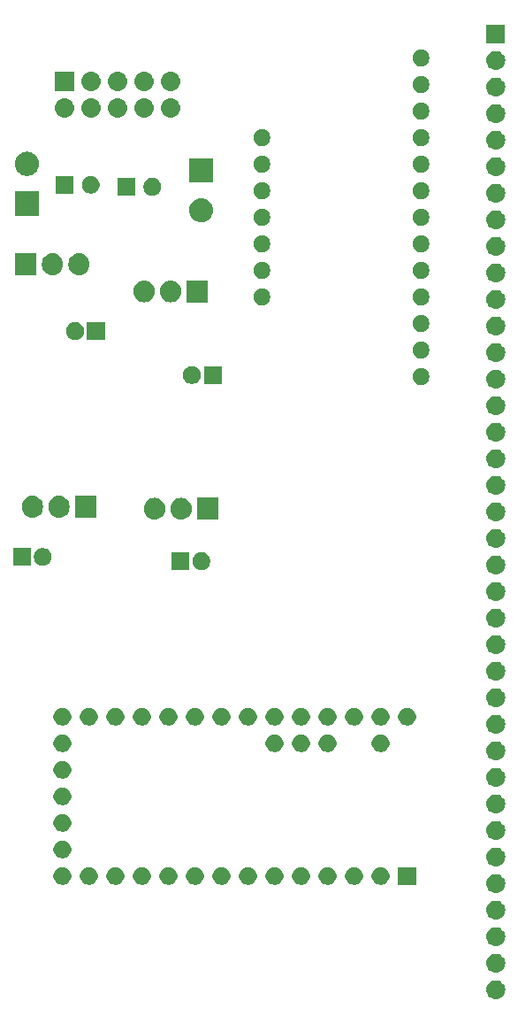
<source format=gbr>
G04 #@! TF.GenerationSoftware,KiCad,Pcbnew,(5.0.1)-3*
G04 #@! TF.CreationDate,2020-01-29T22:52:42+00:00*
G04 #@! TF.ProjectId,SSv2 Power Board,5353763220506F77657220426F617264,rev?*
G04 #@! TF.SameCoordinates,Original*
G04 #@! TF.FileFunction,Soldermask,Top*
G04 #@! TF.FilePolarity,Negative*
%FSLAX46Y46*%
G04 Gerber Fmt 4.6, Leading zero omitted, Abs format (unit mm)*
G04 Created by KiCad (PCBNEW (5.0.1)-3) date 29/01/2020 22:52:42*
%MOMM*%
%LPD*%
G01*
G04 APERTURE LIST*
%ADD10C,0.100000*%
G04 APERTURE END LIST*
D10*
G36*
X139071634Y-116990557D02*
X139137819Y-116997076D01*
X139251045Y-117031423D01*
X139307659Y-117048596D01*
X139446279Y-117122691D01*
X139464183Y-117132261D01*
X139499921Y-117161591D01*
X139601378Y-117244853D01*
X139684640Y-117346310D01*
X139713970Y-117382048D01*
X139713971Y-117382050D01*
X139797635Y-117538572D01*
X139797635Y-117538573D01*
X139849155Y-117708412D01*
X139866551Y-117885039D01*
X139849155Y-118061666D01*
X139814808Y-118174892D01*
X139797635Y-118231506D01*
X139723540Y-118370126D01*
X139713970Y-118388030D01*
X139684640Y-118423768D01*
X139601378Y-118525225D01*
X139499921Y-118608487D01*
X139464183Y-118637817D01*
X139464181Y-118637818D01*
X139307659Y-118721482D01*
X139251045Y-118738655D01*
X139137819Y-118773002D01*
X139071634Y-118779521D01*
X139005452Y-118786039D01*
X138916932Y-118786039D01*
X138850750Y-118779521D01*
X138784565Y-118773002D01*
X138671339Y-118738655D01*
X138614725Y-118721482D01*
X138458203Y-118637818D01*
X138458201Y-118637817D01*
X138422463Y-118608487D01*
X138321006Y-118525225D01*
X138237744Y-118423768D01*
X138208414Y-118388030D01*
X138198844Y-118370126D01*
X138124749Y-118231506D01*
X138107576Y-118174892D01*
X138073229Y-118061666D01*
X138055833Y-117885039D01*
X138073229Y-117708412D01*
X138124749Y-117538573D01*
X138124749Y-117538572D01*
X138208413Y-117382050D01*
X138208414Y-117382048D01*
X138237744Y-117346310D01*
X138321006Y-117244853D01*
X138422463Y-117161591D01*
X138458201Y-117132261D01*
X138476105Y-117122691D01*
X138614725Y-117048596D01*
X138671339Y-117031423D01*
X138784565Y-116997076D01*
X138850750Y-116990557D01*
X138916932Y-116984039D01*
X139005452Y-116984039D01*
X139071634Y-116990557D01*
X139071634Y-116990557D01*
G37*
G36*
X139071635Y-114450558D02*
X139137819Y-114457076D01*
X139251045Y-114491423D01*
X139307659Y-114508596D01*
X139446279Y-114582691D01*
X139464183Y-114592261D01*
X139499921Y-114621591D01*
X139601378Y-114704853D01*
X139684640Y-114806310D01*
X139713970Y-114842048D01*
X139713971Y-114842050D01*
X139797635Y-114998572D01*
X139797635Y-114998573D01*
X139849155Y-115168412D01*
X139866551Y-115345039D01*
X139849155Y-115521666D01*
X139814808Y-115634892D01*
X139797635Y-115691506D01*
X139723540Y-115830126D01*
X139713970Y-115848030D01*
X139684640Y-115883768D01*
X139601378Y-115985225D01*
X139499921Y-116068487D01*
X139464183Y-116097817D01*
X139464181Y-116097818D01*
X139307659Y-116181482D01*
X139251045Y-116198655D01*
X139137819Y-116233002D01*
X139071634Y-116239521D01*
X139005452Y-116246039D01*
X138916932Y-116246039D01*
X138850750Y-116239521D01*
X138784565Y-116233002D01*
X138671339Y-116198655D01*
X138614725Y-116181482D01*
X138458203Y-116097818D01*
X138458201Y-116097817D01*
X138422463Y-116068487D01*
X138321006Y-115985225D01*
X138237744Y-115883768D01*
X138208414Y-115848030D01*
X138198844Y-115830126D01*
X138124749Y-115691506D01*
X138107576Y-115634892D01*
X138073229Y-115521666D01*
X138055833Y-115345039D01*
X138073229Y-115168412D01*
X138124749Y-114998573D01*
X138124749Y-114998572D01*
X138208413Y-114842050D01*
X138208414Y-114842048D01*
X138237744Y-114806310D01*
X138321006Y-114704853D01*
X138422463Y-114621591D01*
X138458201Y-114592261D01*
X138476105Y-114582691D01*
X138614725Y-114508596D01*
X138671339Y-114491423D01*
X138784565Y-114457076D01*
X138850749Y-114450558D01*
X138916932Y-114444039D01*
X139005452Y-114444039D01*
X139071635Y-114450558D01*
X139071635Y-114450558D01*
G37*
G36*
X139071635Y-111910558D02*
X139137819Y-111917076D01*
X139251045Y-111951423D01*
X139307659Y-111968596D01*
X139446279Y-112042691D01*
X139464183Y-112052261D01*
X139499921Y-112081591D01*
X139601378Y-112164853D01*
X139684640Y-112266310D01*
X139713970Y-112302048D01*
X139713971Y-112302050D01*
X139797635Y-112458572D01*
X139797635Y-112458573D01*
X139849155Y-112628412D01*
X139866551Y-112805039D01*
X139849155Y-112981666D01*
X139814808Y-113094892D01*
X139797635Y-113151506D01*
X139723540Y-113290126D01*
X139713970Y-113308030D01*
X139684640Y-113343768D01*
X139601378Y-113445225D01*
X139499921Y-113528487D01*
X139464183Y-113557817D01*
X139464181Y-113557818D01*
X139307659Y-113641482D01*
X139251045Y-113658655D01*
X139137819Y-113693002D01*
X139071635Y-113699520D01*
X139005452Y-113706039D01*
X138916932Y-113706039D01*
X138850749Y-113699520D01*
X138784565Y-113693002D01*
X138671339Y-113658655D01*
X138614725Y-113641482D01*
X138458203Y-113557818D01*
X138458201Y-113557817D01*
X138422463Y-113528487D01*
X138321006Y-113445225D01*
X138237744Y-113343768D01*
X138208414Y-113308030D01*
X138198844Y-113290126D01*
X138124749Y-113151506D01*
X138107576Y-113094892D01*
X138073229Y-112981666D01*
X138055833Y-112805039D01*
X138073229Y-112628412D01*
X138124749Y-112458573D01*
X138124749Y-112458572D01*
X138208413Y-112302050D01*
X138208414Y-112302048D01*
X138237744Y-112266310D01*
X138321006Y-112164853D01*
X138422463Y-112081591D01*
X138458201Y-112052261D01*
X138476105Y-112042691D01*
X138614725Y-111968596D01*
X138671339Y-111951423D01*
X138784565Y-111917076D01*
X138850749Y-111910558D01*
X138916932Y-111904039D01*
X139005452Y-111904039D01*
X139071635Y-111910558D01*
X139071635Y-111910558D01*
G37*
G36*
X139071634Y-109370557D02*
X139137819Y-109377076D01*
X139251045Y-109411423D01*
X139307659Y-109428596D01*
X139446279Y-109502691D01*
X139464183Y-109512261D01*
X139499921Y-109541591D01*
X139601378Y-109624853D01*
X139684640Y-109726310D01*
X139713970Y-109762048D01*
X139713971Y-109762050D01*
X139797635Y-109918572D01*
X139797635Y-109918573D01*
X139849155Y-110088412D01*
X139866551Y-110265039D01*
X139849155Y-110441666D01*
X139814808Y-110554892D01*
X139797635Y-110611506D01*
X139723540Y-110750126D01*
X139713970Y-110768030D01*
X139684640Y-110803768D01*
X139601378Y-110905225D01*
X139499921Y-110988487D01*
X139464183Y-111017817D01*
X139464181Y-111017818D01*
X139307659Y-111101482D01*
X139251045Y-111118655D01*
X139137819Y-111153002D01*
X139071634Y-111159521D01*
X139005452Y-111166039D01*
X138916932Y-111166039D01*
X138850750Y-111159521D01*
X138784565Y-111153002D01*
X138671339Y-111118655D01*
X138614725Y-111101482D01*
X138458203Y-111017818D01*
X138458201Y-111017817D01*
X138422463Y-110988487D01*
X138321006Y-110905225D01*
X138237744Y-110803768D01*
X138208414Y-110768030D01*
X138198844Y-110750126D01*
X138124749Y-110611506D01*
X138107576Y-110554892D01*
X138073229Y-110441666D01*
X138055833Y-110265039D01*
X138073229Y-110088412D01*
X138124749Y-109918573D01*
X138124749Y-109918572D01*
X138208413Y-109762050D01*
X138208414Y-109762048D01*
X138237744Y-109726310D01*
X138321006Y-109624853D01*
X138422463Y-109541591D01*
X138458201Y-109512261D01*
X138476105Y-109502691D01*
X138614725Y-109428596D01*
X138671339Y-109411423D01*
X138784565Y-109377076D01*
X138850750Y-109370557D01*
X138916932Y-109364039D01*
X139005452Y-109364039D01*
X139071634Y-109370557D01*
X139071634Y-109370557D01*
G37*
G36*
X139071635Y-106830558D02*
X139137819Y-106837076D01*
X139251045Y-106871423D01*
X139307659Y-106888596D01*
X139446279Y-106962691D01*
X139464183Y-106972261D01*
X139499921Y-107001591D01*
X139601378Y-107084853D01*
X139684640Y-107186310D01*
X139713970Y-107222048D01*
X139713971Y-107222050D01*
X139797635Y-107378572D01*
X139797635Y-107378573D01*
X139849155Y-107548412D01*
X139866551Y-107725039D01*
X139849155Y-107901666D01*
X139814808Y-108014892D01*
X139797635Y-108071506D01*
X139723540Y-108210126D01*
X139713970Y-108228030D01*
X139684640Y-108263768D01*
X139601378Y-108365225D01*
X139499921Y-108448487D01*
X139464183Y-108477817D01*
X139464181Y-108477818D01*
X139307659Y-108561482D01*
X139251045Y-108578655D01*
X139137819Y-108613002D01*
X139071634Y-108619521D01*
X139005452Y-108626039D01*
X138916932Y-108626039D01*
X138850750Y-108619521D01*
X138784565Y-108613002D01*
X138671339Y-108578655D01*
X138614725Y-108561482D01*
X138458203Y-108477818D01*
X138458201Y-108477817D01*
X138422463Y-108448487D01*
X138321006Y-108365225D01*
X138237744Y-108263768D01*
X138208414Y-108228030D01*
X138198844Y-108210126D01*
X138124749Y-108071506D01*
X138107576Y-108014892D01*
X138073229Y-107901666D01*
X138055833Y-107725039D01*
X138073229Y-107548412D01*
X138124749Y-107378573D01*
X138124749Y-107378572D01*
X138208413Y-107222050D01*
X138208414Y-107222048D01*
X138237744Y-107186310D01*
X138321006Y-107084853D01*
X138422463Y-107001591D01*
X138458201Y-106972261D01*
X138476105Y-106962691D01*
X138614725Y-106888596D01*
X138671339Y-106871423D01*
X138784565Y-106837076D01*
X138850749Y-106830558D01*
X138916932Y-106824039D01*
X139005452Y-106824039D01*
X139071635Y-106830558D01*
X139071635Y-106830558D01*
G37*
G36*
X107859420Y-106186742D02*
X108014292Y-106250892D01*
X108153673Y-106344024D01*
X108272207Y-106462558D01*
X108365339Y-106601939D01*
X108429489Y-106756811D01*
X108462192Y-106921223D01*
X108462192Y-107088855D01*
X108429489Y-107253267D01*
X108365339Y-107408139D01*
X108272207Y-107547520D01*
X108153673Y-107666054D01*
X108014292Y-107759186D01*
X107859420Y-107823336D01*
X107695008Y-107856039D01*
X107527376Y-107856039D01*
X107362964Y-107823336D01*
X107208092Y-107759186D01*
X107068711Y-107666054D01*
X106950177Y-107547520D01*
X106857045Y-107408139D01*
X106792895Y-107253267D01*
X106760192Y-107088855D01*
X106760192Y-106921223D01*
X106792895Y-106756811D01*
X106857045Y-106601939D01*
X106950177Y-106462558D01*
X107068711Y-106344024D01*
X107208092Y-106250892D01*
X107362964Y-106186742D01*
X107527376Y-106154039D01*
X107695008Y-106154039D01*
X107859420Y-106186742D01*
X107859420Y-106186742D01*
G37*
G36*
X97699420Y-106186742D02*
X97854292Y-106250892D01*
X97993673Y-106344024D01*
X98112207Y-106462558D01*
X98205339Y-106601939D01*
X98269489Y-106756811D01*
X98302192Y-106921223D01*
X98302192Y-107088855D01*
X98269489Y-107253267D01*
X98205339Y-107408139D01*
X98112207Y-107547520D01*
X97993673Y-107666054D01*
X97854292Y-107759186D01*
X97699420Y-107823336D01*
X97535008Y-107856039D01*
X97367376Y-107856039D01*
X97202964Y-107823336D01*
X97048092Y-107759186D01*
X96908711Y-107666054D01*
X96790177Y-107547520D01*
X96697045Y-107408139D01*
X96632895Y-107253267D01*
X96600192Y-107088855D01*
X96600192Y-106921223D01*
X96632895Y-106756811D01*
X96697045Y-106601939D01*
X96790177Y-106462558D01*
X96908711Y-106344024D01*
X97048092Y-106250892D01*
X97202964Y-106186742D01*
X97367376Y-106154039D01*
X97535008Y-106154039D01*
X97699420Y-106186742D01*
X97699420Y-106186742D01*
G37*
G36*
X100239420Y-106186742D02*
X100394292Y-106250892D01*
X100533673Y-106344024D01*
X100652207Y-106462558D01*
X100745339Y-106601939D01*
X100809489Y-106756811D01*
X100842192Y-106921223D01*
X100842192Y-107088855D01*
X100809489Y-107253267D01*
X100745339Y-107408139D01*
X100652207Y-107547520D01*
X100533673Y-107666054D01*
X100394292Y-107759186D01*
X100239420Y-107823336D01*
X100075008Y-107856039D01*
X99907376Y-107856039D01*
X99742964Y-107823336D01*
X99588092Y-107759186D01*
X99448711Y-107666054D01*
X99330177Y-107547520D01*
X99237045Y-107408139D01*
X99172895Y-107253267D01*
X99140192Y-107088855D01*
X99140192Y-106921223D01*
X99172895Y-106756811D01*
X99237045Y-106601939D01*
X99330177Y-106462558D01*
X99448711Y-106344024D01*
X99588092Y-106250892D01*
X99742964Y-106186742D01*
X99907376Y-106154039D01*
X100075008Y-106154039D01*
X100239420Y-106186742D01*
X100239420Y-106186742D01*
G37*
G36*
X102779420Y-106186742D02*
X102934292Y-106250892D01*
X103073673Y-106344024D01*
X103192207Y-106462558D01*
X103285339Y-106601939D01*
X103349489Y-106756811D01*
X103382192Y-106921223D01*
X103382192Y-107088855D01*
X103349489Y-107253267D01*
X103285339Y-107408139D01*
X103192207Y-107547520D01*
X103073673Y-107666054D01*
X102934292Y-107759186D01*
X102779420Y-107823336D01*
X102615008Y-107856039D01*
X102447376Y-107856039D01*
X102282964Y-107823336D01*
X102128092Y-107759186D01*
X101988711Y-107666054D01*
X101870177Y-107547520D01*
X101777045Y-107408139D01*
X101712895Y-107253267D01*
X101680192Y-107088855D01*
X101680192Y-106921223D01*
X101712895Y-106756811D01*
X101777045Y-106601939D01*
X101870177Y-106462558D01*
X101988711Y-106344024D01*
X102128092Y-106250892D01*
X102282964Y-106186742D01*
X102447376Y-106154039D01*
X102615008Y-106154039D01*
X102779420Y-106186742D01*
X102779420Y-106186742D01*
G37*
G36*
X105319420Y-106186742D02*
X105474292Y-106250892D01*
X105613673Y-106344024D01*
X105732207Y-106462558D01*
X105825339Y-106601939D01*
X105889489Y-106756811D01*
X105922192Y-106921223D01*
X105922192Y-107088855D01*
X105889489Y-107253267D01*
X105825339Y-107408139D01*
X105732207Y-107547520D01*
X105613673Y-107666054D01*
X105474292Y-107759186D01*
X105319420Y-107823336D01*
X105155008Y-107856039D01*
X104987376Y-107856039D01*
X104822964Y-107823336D01*
X104668092Y-107759186D01*
X104528711Y-107666054D01*
X104410177Y-107547520D01*
X104317045Y-107408139D01*
X104252895Y-107253267D01*
X104220192Y-107088855D01*
X104220192Y-106921223D01*
X104252895Y-106756811D01*
X104317045Y-106601939D01*
X104410177Y-106462558D01*
X104528711Y-106344024D01*
X104668092Y-106250892D01*
X104822964Y-106186742D01*
X104987376Y-106154039D01*
X105155008Y-106154039D01*
X105319420Y-106186742D01*
X105319420Y-106186742D01*
G37*
G36*
X131322192Y-107856039D02*
X129620192Y-107856039D01*
X129620192Y-106154039D01*
X131322192Y-106154039D01*
X131322192Y-107856039D01*
X131322192Y-107856039D01*
G37*
G36*
X128179420Y-106186742D02*
X128334292Y-106250892D01*
X128473673Y-106344024D01*
X128592207Y-106462558D01*
X128685339Y-106601939D01*
X128749489Y-106756811D01*
X128782192Y-106921223D01*
X128782192Y-107088855D01*
X128749489Y-107253267D01*
X128685339Y-107408139D01*
X128592207Y-107547520D01*
X128473673Y-107666054D01*
X128334292Y-107759186D01*
X128179420Y-107823336D01*
X128015008Y-107856039D01*
X127847376Y-107856039D01*
X127682964Y-107823336D01*
X127528092Y-107759186D01*
X127388711Y-107666054D01*
X127270177Y-107547520D01*
X127177045Y-107408139D01*
X127112895Y-107253267D01*
X127080192Y-107088855D01*
X127080192Y-106921223D01*
X127112895Y-106756811D01*
X127177045Y-106601939D01*
X127270177Y-106462558D01*
X127388711Y-106344024D01*
X127528092Y-106250892D01*
X127682964Y-106186742D01*
X127847376Y-106154039D01*
X128015008Y-106154039D01*
X128179420Y-106186742D01*
X128179420Y-106186742D01*
G37*
G36*
X125639420Y-106186742D02*
X125794292Y-106250892D01*
X125933673Y-106344024D01*
X126052207Y-106462558D01*
X126145339Y-106601939D01*
X126209489Y-106756811D01*
X126242192Y-106921223D01*
X126242192Y-107088855D01*
X126209489Y-107253267D01*
X126145339Y-107408139D01*
X126052207Y-107547520D01*
X125933673Y-107666054D01*
X125794292Y-107759186D01*
X125639420Y-107823336D01*
X125475008Y-107856039D01*
X125307376Y-107856039D01*
X125142964Y-107823336D01*
X124988092Y-107759186D01*
X124848711Y-107666054D01*
X124730177Y-107547520D01*
X124637045Y-107408139D01*
X124572895Y-107253267D01*
X124540192Y-107088855D01*
X124540192Y-106921223D01*
X124572895Y-106756811D01*
X124637045Y-106601939D01*
X124730177Y-106462558D01*
X124848711Y-106344024D01*
X124988092Y-106250892D01*
X125142964Y-106186742D01*
X125307376Y-106154039D01*
X125475008Y-106154039D01*
X125639420Y-106186742D01*
X125639420Y-106186742D01*
G37*
G36*
X123099420Y-106186742D02*
X123254292Y-106250892D01*
X123393673Y-106344024D01*
X123512207Y-106462558D01*
X123605339Y-106601939D01*
X123669489Y-106756811D01*
X123702192Y-106921223D01*
X123702192Y-107088855D01*
X123669489Y-107253267D01*
X123605339Y-107408139D01*
X123512207Y-107547520D01*
X123393673Y-107666054D01*
X123254292Y-107759186D01*
X123099420Y-107823336D01*
X122935008Y-107856039D01*
X122767376Y-107856039D01*
X122602964Y-107823336D01*
X122448092Y-107759186D01*
X122308711Y-107666054D01*
X122190177Y-107547520D01*
X122097045Y-107408139D01*
X122032895Y-107253267D01*
X122000192Y-107088855D01*
X122000192Y-106921223D01*
X122032895Y-106756811D01*
X122097045Y-106601939D01*
X122190177Y-106462558D01*
X122308711Y-106344024D01*
X122448092Y-106250892D01*
X122602964Y-106186742D01*
X122767376Y-106154039D01*
X122935008Y-106154039D01*
X123099420Y-106186742D01*
X123099420Y-106186742D01*
G37*
G36*
X120559420Y-106186742D02*
X120714292Y-106250892D01*
X120853673Y-106344024D01*
X120972207Y-106462558D01*
X121065339Y-106601939D01*
X121129489Y-106756811D01*
X121162192Y-106921223D01*
X121162192Y-107088855D01*
X121129489Y-107253267D01*
X121065339Y-107408139D01*
X120972207Y-107547520D01*
X120853673Y-107666054D01*
X120714292Y-107759186D01*
X120559420Y-107823336D01*
X120395008Y-107856039D01*
X120227376Y-107856039D01*
X120062964Y-107823336D01*
X119908092Y-107759186D01*
X119768711Y-107666054D01*
X119650177Y-107547520D01*
X119557045Y-107408139D01*
X119492895Y-107253267D01*
X119460192Y-107088855D01*
X119460192Y-106921223D01*
X119492895Y-106756811D01*
X119557045Y-106601939D01*
X119650177Y-106462558D01*
X119768711Y-106344024D01*
X119908092Y-106250892D01*
X120062964Y-106186742D01*
X120227376Y-106154039D01*
X120395008Y-106154039D01*
X120559420Y-106186742D01*
X120559420Y-106186742D01*
G37*
G36*
X118019420Y-106186742D02*
X118174292Y-106250892D01*
X118313673Y-106344024D01*
X118432207Y-106462558D01*
X118525339Y-106601939D01*
X118589489Y-106756811D01*
X118622192Y-106921223D01*
X118622192Y-107088855D01*
X118589489Y-107253267D01*
X118525339Y-107408139D01*
X118432207Y-107547520D01*
X118313673Y-107666054D01*
X118174292Y-107759186D01*
X118019420Y-107823336D01*
X117855008Y-107856039D01*
X117687376Y-107856039D01*
X117522964Y-107823336D01*
X117368092Y-107759186D01*
X117228711Y-107666054D01*
X117110177Y-107547520D01*
X117017045Y-107408139D01*
X116952895Y-107253267D01*
X116920192Y-107088855D01*
X116920192Y-106921223D01*
X116952895Y-106756811D01*
X117017045Y-106601939D01*
X117110177Y-106462558D01*
X117228711Y-106344024D01*
X117368092Y-106250892D01*
X117522964Y-106186742D01*
X117687376Y-106154039D01*
X117855008Y-106154039D01*
X118019420Y-106186742D01*
X118019420Y-106186742D01*
G37*
G36*
X115479420Y-106186742D02*
X115634292Y-106250892D01*
X115773673Y-106344024D01*
X115892207Y-106462558D01*
X115985339Y-106601939D01*
X116049489Y-106756811D01*
X116082192Y-106921223D01*
X116082192Y-107088855D01*
X116049489Y-107253267D01*
X115985339Y-107408139D01*
X115892207Y-107547520D01*
X115773673Y-107666054D01*
X115634292Y-107759186D01*
X115479420Y-107823336D01*
X115315008Y-107856039D01*
X115147376Y-107856039D01*
X114982964Y-107823336D01*
X114828092Y-107759186D01*
X114688711Y-107666054D01*
X114570177Y-107547520D01*
X114477045Y-107408139D01*
X114412895Y-107253267D01*
X114380192Y-107088855D01*
X114380192Y-106921223D01*
X114412895Y-106756811D01*
X114477045Y-106601939D01*
X114570177Y-106462558D01*
X114688711Y-106344024D01*
X114828092Y-106250892D01*
X114982964Y-106186742D01*
X115147376Y-106154039D01*
X115315008Y-106154039D01*
X115479420Y-106186742D01*
X115479420Y-106186742D01*
G37*
G36*
X112939420Y-106186742D02*
X113094292Y-106250892D01*
X113233673Y-106344024D01*
X113352207Y-106462558D01*
X113445339Y-106601939D01*
X113509489Y-106756811D01*
X113542192Y-106921223D01*
X113542192Y-107088855D01*
X113509489Y-107253267D01*
X113445339Y-107408139D01*
X113352207Y-107547520D01*
X113233673Y-107666054D01*
X113094292Y-107759186D01*
X112939420Y-107823336D01*
X112775008Y-107856039D01*
X112607376Y-107856039D01*
X112442964Y-107823336D01*
X112288092Y-107759186D01*
X112148711Y-107666054D01*
X112030177Y-107547520D01*
X111937045Y-107408139D01*
X111872895Y-107253267D01*
X111840192Y-107088855D01*
X111840192Y-106921223D01*
X111872895Y-106756811D01*
X111937045Y-106601939D01*
X112030177Y-106462558D01*
X112148711Y-106344024D01*
X112288092Y-106250892D01*
X112442964Y-106186742D01*
X112607376Y-106154039D01*
X112775008Y-106154039D01*
X112939420Y-106186742D01*
X112939420Y-106186742D01*
G37*
G36*
X110399420Y-106186742D02*
X110554292Y-106250892D01*
X110693673Y-106344024D01*
X110812207Y-106462558D01*
X110905339Y-106601939D01*
X110969489Y-106756811D01*
X111002192Y-106921223D01*
X111002192Y-107088855D01*
X110969489Y-107253267D01*
X110905339Y-107408139D01*
X110812207Y-107547520D01*
X110693673Y-107666054D01*
X110554292Y-107759186D01*
X110399420Y-107823336D01*
X110235008Y-107856039D01*
X110067376Y-107856039D01*
X109902964Y-107823336D01*
X109748092Y-107759186D01*
X109608711Y-107666054D01*
X109490177Y-107547520D01*
X109397045Y-107408139D01*
X109332895Y-107253267D01*
X109300192Y-107088855D01*
X109300192Y-106921223D01*
X109332895Y-106756811D01*
X109397045Y-106601939D01*
X109490177Y-106462558D01*
X109608711Y-106344024D01*
X109748092Y-106250892D01*
X109902964Y-106186742D01*
X110067376Y-106154039D01*
X110235008Y-106154039D01*
X110399420Y-106186742D01*
X110399420Y-106186742D01*
G37*
G36*
X139071634Y-104290557D02*
X139137819Y-104297076D01*
X139251045Y-104331423D01*
X139307659Y-104348596D01*
X139446279Y-104422691D01*
X139464183Y-104432261D01*
X139499921Y-104461591D01*
X139601378Y-104544853D01*
X139684640Y-104646310D01*
X139713970Y-104682048D01*
X139713971Y-104682050D01*
X139797635Y-104838572D01*
X139797635Y-104838573D01*
X139849155Y-105008412D01*
X139866551Y-105185039D01*
X139849155Y-105361666D01*
X139814808Y-105474892D01*
X139797635Y-105531506D01*
X139723540Y-105670126D01*
X139713970Y-105688030D01*
X139684640Y-105723768D01*
X139601378Y-105825225D01*
X139499921Y-105908487D01*
X139464183Y-105937817D01*
X139464181Y-105937818D01*
X139307659Y-106021482D01*
X139251045Y-106038655D01*
X139137819Y-106073002D01*
X139071635Y-106079520D01*
X139005452Y-106086039D01*
X138916932Y-106086039D01*
X138850749Y-106079520D01*
X138784565Y-106073002D01*
X138671339Y-106038655D01*
X138614725Y-106021482D01*
X138458203Y-105937818D01*
X138458201Y-105937817D01*
X138422463Y-105908487D01*
X138321006Y-105825225D01*
X138237744Y-105723768D01*
X138208414Y-105688030D01*
X138198844Y-105670126D01*
X138124749Y-105531506D01*
X138107576Y-105474892D01*
X138073229Y-105361666D01*
X138055833Y-105185039D01*
X138073229Y-105008412D01*
X138124749Y-104838573D01*
X138124749Y-104838572D01*
X138208413Y-104682050D01*
X138208414Y-104682048D01*
X138237744Y-104646310D01*
X138321006Y-104544853D01*
X138422463Y-104461591D01*
X138458201Y-104432261D01*
X138476105Y-104422691D01*
X138614725Y-104348596D01*
X138671339Y-104331423D01*
X138784565Y-104297076D01*
X138850749Y-104290558D01*
X138916932Y-104284039D01*
X139005452Y-104284039D01*
X139071634Y-104290557D01*
X139071634Y-104290557D01*
G37*
G36*
X97699420Y-103646742D02*
X97854292Y-103710892D01*
X97993673Y-103804024D01*
X98112207Y-103922558D01*
X98205339Y-104061939D01*
X98269489Y-104216811D01*
X98302192Y-104381223D01*
X98302192Y-104548855D01*
X98269489Y-104713267D01*
X98205339Y-104868139D01*
X98112207Y-105007520D01*
X97993673Y-105126054D01*
X97854292Y-105219186D01*
X97699420Y-105283336D01*
X97535008Y-105316039D01*
X97367376Y-105316039D01*
X97202964Y-105283336D01*
X97048092Y-105219186D01*
X96908711Y-105126054D01*
X96790177Y-105007520D01*
X96697045Y-104868139D01*
X96632895Y-104713267D01*
X96600192Y-104548855D01*
X96600192Y-104381223D01*
X96632895Y-104216811D01*
X96697045Y-104061939D01*
X96790177Y-103922558D01*
X96908711Y-103804024D01*
X97048092Y-103710892D01*
X97202964Y-103646742D01*
X97367376Y-103614039D01*
X97535008Y-103614039D01*
X97699420Y-103646742D01*
X97699420Y-103646742D01*
G37*
G36*
X139071634Y-101750557D02*
X139137819Y-101757076D01*
X139251045Y-101791423D01*
X139307659Y-101808596D01*
X139446279Y-101882691D01*
X139464183Y-101892261D01*
X139499921Y-101921591D01*
X139601378Y-102004853D01*
X139684640Y-102106310D01*
X139713970Y-102142048D01*
X139713971Y-102142050D01*
X139797635Y-102298572D01*
X139797635Y-102298573D01*
X139849155Y-102468412D01*
X139866551Y-102645039D01*
X139849155Y-102821666D01*
X139814808Y-102934892D01*
X139797635Y-102991506D01*
X139723540Y-103130126D01*
X139713970Y-103148030D01*
X139684640Y-103183768D01*
X139601378Y-103285225D01*
X139499921Y-103368487D01*
X139464183Y-103397817D01*
X139464181Y-103397818D01*
X139307659Y-103481482D01*
X139251045Y-103498655D01*
X139137819Y-103533002D01*
X139071634Y-103539521D01*
X139005452Y-103546039D01*
X138916932Y-103546039D01*
X138850750Y-103539521D01*
X138784565Y-103533002D01*
X138671339Y-103498655D01*
X138614725Y-103481482D01*
X138458203Y-103397818D01*
X138458201Y-103397817D01*
X138422463Y-103368487D01*
X138321006Y-103285225D01*
X138237744Y-103183768D01*
X138208414Y-103148030D01*
X138198844Y-103130126D01*
X138124749Y-102991506D01*
X138107576Y-102934892D01*
X138073229Y-102821666D01*
X138055833Y-102645039D01*
X138073229Y-102468412D01*
X138124749Y-102298573D01*
X138124749Y-102298572D01*
X138208413Y-102142050D01*
X138208414Y-102142048D01*
X138237744Y-102106310D01*
X138321006Y-102004853D01*
X138422463Y-101921591D01*
X138458201Y-101892261D01*
X138476105Y-101882691D01*
X138614725Y-101808596D01*
X138671339Y-101791423D01*
X138784565Y-101757076D01*
X138850750Y-101750557D01*
X138916932Y-101744039D01*
X139005452Y-101744039D01*
X139071634Y-101750557D01*
X139071634Y-101750557D01*
G37*
G36*
X97699420Y-101106742D02*
X97854292Y-101170892D01*
X97993673Y-101264024D01*
X98112207Y-101382558D01*
X98205339Y-101521939D01*
X98269489Y-101676811D01*
X98302192Y-101841223D01*
X98302192Y-102008855D01*
X98269489Y-102173267D01*
X98205339Y-102328139D01*
X98112207Y-102467520D01*
X97993673Y-102586054D01*
X97854292Y-102679186D01*
X97699420Y-102743336D01*
X97535008Y-102776039D01*
X97367376Y-102776039D01*
X97202964Y-102743336D01*
X97048092Y-102679186D01*
X96908711Y-102586054D01*
X96790177Y-102467520D01*
X96697045Y-102328139D01*
X96632895Y-102173267D01*
X96600192Y-102008855D01*
X96600192Y-101841223D01*
X96632895Y-101676811D01*
X96697045Y-101521939D01*
X96790177Y-101382558D01*
X96908711Y-101264024D01*
X97048092Y-101170892D01*
X97202964Y-101106742D01*
X97367376Y-101074039D01*
X97535008Y-101074039D01*
X97699420Y-101106742D01*
X97699420Y-101106742D01*
G37*
G36*
X139071635Y-99210558D02*
X139137819Y-99217076D01*
X139251045Y-99251423D01*
X139307659Y-99268596D01*
X139446279Y-99342691D01*
X139464183Y-99352261D01*
X139499921Y-99381591D01*
X139601378Y-99464853D01*
X139684640Y-99566310D01*
X139713970Y-99602048D01*
X139713971Y-99602050D01*
X139797635Y-99758572D01*
X139797635Y-99758573D01*
X139849155Y-99928412D01*
X139866551Y-100105039D01*
X139849155Y-100281666D01*
X139814808Y-100394892D01*
X139797635Y-100451506D01*
X139723540Y-100590126D01*
X139713970Y-100608030D01*
X139684640Y-100643768D01*
X139601378Y-100745225D01*
X139499921Y-100828487D01*
X139464183Y-100857817D01*
X139464181Y-100857818D01*
X139307659Y-100941482D01*
X139251045Y-100958655D01*
X139137819Y-100993002D01*
X139071635Y-100999520D01*
X139005452Y-101006039D01*
X138916932Y-101006039D01*
X138850749Y-100999520D01*
X138784565Y-100993002D01*
X138671339Y-100958655D01*
X138614725Y-100941482D01*
X138458203Y-100857818D01*
X138458201Y-100857817D01*
X138422463Y-100828487D01*
X138321006Y-100745225D01*
X138237744Y-100643768D01*
X138208414Y-100608030D01*
X138198844Y-100590126D01*
X138124749Y-100451506D01*
X138107576Y-100394892D01*
X138073229Y-100281666D01*
X138055833Y-100105039D01*
X138073229Y-99928412D01*
X138124749Y-99758573D01*
X138124749Y-99758572D01*
X138208413Y-99602050D01*
X138208414Y-99602048D01*
X138237744Y-99566310D01*
X138321006Y-99464853D01*
X138422463Y-99381591D01*
X138458201Y-99352261D01*
X138476105Y-99342691D01*
X138614725Y-99268596D01*
X138671339Y-99251423D01*
X138784565Y-99217076D01*
X138850749Y-99210558D01*
X138916932Y-99204039D01*
X139005452Y-99204039D01*
X139071635Y-99210558D01*
X139071635Y-99210558D01*
G37*
G36*
X97699420Y-98566742D02*
X97854292Y-98630892D01*
X97993673Y-98724024D01*
X98112207Y-98842558D01*
X98205339Y-98981939D01*
X98269489Y-99136811D01*
X98302192Y-99301223D01*
X98302192Y-99468855D01*
X98269489Y-99633267D01*
X98205339Y-99788139D01*
X98112207Y-99927520D01*
X97993673Y-100046054D01*
X97854292Y-100139186D01*
X97699420Y-100203336D01*
X97535008Y-100236039D01*
X97367376Y-100236039D01*
X97202964Y-100203336D01*
X97048092Y-100139186D01*
X96908711Y-100046054D01*
X96790177Y-99927520D01*
X96697045Y-99788139D01*
X96632895Y-99633267D01*
X96600192Y-99468855D01*
X96600192Y-99301223D01*
X96632895Y-99136811D01*
X96697045Y-98981939D01*
X96790177Y-98842558D01*
X96908711Y-98724024D01*
X97048092Y-98630892D01*
X97202964Y-98566742D01*
X97367376Y-98534039D01*
X97535008Y-98534039D01*
X97699420Y-98566742D01*
X97699420Y-98566742D01*
G37*
G36*
X139071635Y-96670558D02*
X139137819Y-96677076D01*
X139251045Y-96711423D01*
X139307659Y-96728596D01*
X139446279Y-96802691D01*
X139464183Y-96812261D01*
X139499921Y-96841591D01*
X139601378Y-96924853D01*
X139684640Y-97026310D01*
X139713970Y-97062048D01*
X139713971Y-97062050D01*
X139797635Y-97218572D01*
X139797635Y-97218573D01*
X139849155Y-97388412D01*
X139866551Y-97565039D01*
X139849155Y-97741666D01*
X139814808Y-97854892D01*
X139797635Y-97911506D01*
X139723540Y-98050126D01*
X139713970Y-98068030D01*
X139684640Y-98103768D01*
X139601378Y-98205225D01*
X139499921Y-98288487D01*
X139464183Y-98317817D01*
X139464181Y-98317818D01*
X139307659Y-98401482D01*
X139251045Y-98418655D01*
X139137819Y-98453002D01*
X139071634Y-98459521D01*
X139005452Y-98466039D01*
X138916932Y-98466039D01*
X138850750Y-98459521D01*
X138784565Y-98453002D01*
X138671339Y-98418655D01*
X138614725Y-98401482D01*
X138458203Y-98317818D01*
X138458201Y-98317817D01*
X138422463Y-98288487D01*
X138321006Y-98205225D01*
X138237744Y-98103768D01*
X138208414Y-98068030D01*
X138198844Y-98050126D01*
X138124749Y-97911506D01*
X138107576Y-97854892D01*
X138073229Y-97741666D01*
X138055833Y-97565039D01*
X138073229Y-97388412D01*
X138124749Y-97218573D01*
X138124749Y-97218572D01*
X138208413Y-97062050D01*
X138208414Y-97062048D01*
X138237744Y-97026310D01*
X138321006Y-96924853D01*
X138422463Y-96841591D01*
X138458201Y-96812261D01*
X138476105Y-96802691D01*
X138614725Y-96728596D01*
X138671339Y-96711423D01*
X138784565Y-96677076D01*
X138850750Y-96670557D01*
X138916932Y-96664039D01*
X139005452Y-96664039D01*
X139071635Y-96670558D01*
X139071635Y-96670558D01*
G37*
G36*
X97699420Y-96026742D02*
X97854292Y-96090892D01*
X97993673Y-96184024D01*
X98112207Y-96302558D01*
X98205339Y-96441939D01*
X98269489Y-96596811D01*
X98302192Y-96761223D01*
X98302192Y-96928855D01*
X98269489Y-97093267D01*
X98205339Y-97248139D01*
X98112207Y-97387520D01*
X97993673Y-97506054D01*
X97854292Y-97599186D01*
X97699420Y-97663336D01*
X97535008Y-97696039D01*
X97367376Y-97696039D01*
X97202964Y-97663336D01*
X97048092Y-97599186D01*
X96908711Y-97506054D01*
X96790177Y-97387520D01*
X96697045Y-97248139D01*
X96632895Y-97093267D01*
X96600192Y-96928855D01*
X96600192Y-96761223D01*
X96632895Y-96596811D01*
X96697045Y-96441939D01*
X96790177Y-96302558D01*
X96908711Y-96184024D01*
X97048092Y-96090892D01*
X97202964Y-96026742D01*
X97367376Y-95994039D01*
X97535008Y-95994039D01*
X97699420Y-96026742D01*
X97699420Y-96026742D01*
G37*
G36*
X139071634Y-94130557D02*
X139137819Y-94137076D01*
X139251045Y-94171423D01*
X139307659Y-94188596D01*
X139446279Y-94262691D01*
X139464183Y-94272261D01*
X139499921Y-94301591D01*
X139601378Y-94384853D01*
X139684640Y-94486310D01*
X139713970Y-94522048D01*
X139713971Y-94522050D01*
X139797635Y-94678572D01*
X139797635Y-94678573D01*
X139849155Y-94848412D01*
X139866551Y-95025039D01*
X139849155Y-95201666D01*
X139814808Y-95314892D01*
X139797635Y-95371506D01*
X139723540Y-95510126D01*
X139713970Y-95528030D01*
X139684640Y-95563768D01*
X139601378Y-95665225D01*
X139499921Y-95748487D01*
X139464183Y-95777817D01*
X139464181Y-95777818D01*
X139307659Y-95861482D01*
X139251045Y-95878655D01*
X139137819Y-95913002D01*
X139071635Y-95919520D01*
X139005452Y-95926039D01*
X138916932Y-95926039D01*
X138850749Y-95919520D01*
X138784565Y-95913002D01*
X138671339Y-95878655D01*
X138614725Y-95861482D01*
X138458203Y-95777818D01*
X138458201Y-95777817D01*
X138422463Y-95748487D01*
X138321006Y-95665225D01*
X138237744Y-95563768D01*
X138208414Y-95528030D01*
X138198844Y-95510126D01*
X138124749Y-95371506D01*
X138107576Y-95314892D01*
X138073229Y-95201666D01*
X138055833Y-95025039D01*
X138073229Y-94848412D01*
X138124749Y-94678573D01*
X138124749Y-94678572D01*
X138208413Y-94522050D01*
X138208414Y-94522048D01*
X138237744Y-94486310D01*
X138321006Y-94384853D01*
X138422463Y-94301591D01*
X138458201Y-94272261D01*
X138476105Y-94262691D01*
X138614725Y-94188596D01*
X138671339Y-94171423D01*
X138784565Y-94137076D01*
X138850750Y-94130557D01*
X138916932Y-94124039D01*
X139005452Y-94124039D01*
X139071634Y-94130557D01*
X139071634Y-94130557D01*
G37*
G36*
X120559420Y-93486742D02*
X120714292Y-93550892D01*
X120853673Y-93644024D01*
X120972207Y-93762558D01*
X121065339Y-93901939D01*
X121129489Y-94056811D01*
X121162192Y-94221223D01*
X121162192Y-94388855D01*
X121129489Y-94553267D01*
X121065339Y-94708139D01*
X120972207Y-94847520D01*
X120853673Y-94966054D01*
X120714292Y-95059186D01*
X120559420Y-95123336D01*
X120395008Y-95156039D01*
X120227376Y-95156039D01*
X120062964Y-95123336D01*
X119908092Y-95059186D01*
X119768711Y-94966054D01*
X119650177Y-94847520D01*
X119557045Y-94708139D01*
X119492895Y-94553267D01*
X119460192Y-94388855D01*
X119460192Y-94221223D01*
X119492895Y-94056811D01*
X119557045Y-93901939D01*
X119650177Y-93762558D01*
X119768711Y-93644024D01*
X119908092Y-93550892D01*
X120062964Y-93486742D01*
X120227376Y-93454039D01*
X120395008Y-93454039D01*
X120559420Y-93486742D01*
X120559420Y-93486742D01*
G37*
G36*
X118019420Y-93486742D02*
X118174292Y-93550892D01*
X118313673Y-93644024D01*
X118432207Y-93762558D01*
X118525339Y-93901939D01*
X118589489Y-94056811D01*
X118622192Y-94221223D01*
X118622192Y-94388855D01*
X118589489Y-94553267D01*
X118525339Y-94708139D01*
X118432207Y-94847520D01*
X118313673Y-94966054D01*
X118174292Y-95059186D01*
X118019420Y-95123336D01*
X117855008Y-95156039D01*
X117687376Y-95156039D01*
X117522964Y-95123336D01*
X117368092Y-95059186D01*
X117228711Y-94966054D01*
X117110177Y-94847520D01*
X117017045Y-94708139D01*
X116952895Y-94553267D01*
X116920192Y-94388855D01*
X116920192Y-94221223D01*
X116952895Y-94056811D01*
X117017045Y-93901939D01*
X117110177Y-93762558D01*
X117228711Y-93644024D01*
X117368092Y-93550892D01*
X117522964Y-93486742D01*
X117687376Y-93454039D01*
X117855008Y-93454039D01*
X118019420Y-93486742D01*
X118019420Y-93486742D01*
G37*
G36*
X123099420Y-93486742D02*
X123254292Y-93550892D01*
X123393673Y-93644024D01*
X123512207Y-93762558D01*
X123605339Y-93901939D01*
X123669489Y-94056811D01*
X123702192Y-94221223D01*
X123702192Y-94388855D01*
X123669489Y-94553267D01*
X123605339Y-94708139D01*
X123512207Y-94847520D01*
X123393673Y-94966054D01*
X123254292Y-95059186D01*
X123099420Y-95123336D01*
X122935008Y-95156039D01*
X122767376Y-95156039D01*
X122602964Y-95123336D01*
X122448092Y-95059186D01*
X122308711Y-94966054D01*
X122190177Y-94847520D01*
X122097045Y-94708139D01*
X122032895Y-94553267D01*
X122000192Y-94388855D01*
X122000192Y-94221223D01*
X122032895Y-94056811D01*
X122097045Y-93901939D01*
X122190177Y-93762558D01*
X122308711Y-93644024D01*
X122448092Y-93550892D01*
X122602964Y-93486742D01*
X122767376Y-93454039D01*
X122935008Y-93454039D01*
X123099420Y-93486742D01*
X123099420Y-93486742D01*
G37*
G36*
X128179420Y-93486742D02*
X128334292Y-93550892D01*
X128473673Y-93644024D01*
X128592207Y-93762558D01*
X128685339Y-93901939D01*
X128749489Y-94056811D01*
X128782192Y-94221223D01*
X128782192Y-94388855D01*
X128749489Y-94553267D01*
X128685339Y-94708139D01*
X128592207Y-94847520D01*
X128473673Y-94966054D01*
X128334292Y-95059186D01*
X128179420Y-95123336D01*
X128015008Y-95156039D01*
X127847376Y-95156039D01*
X127682964Y-95123336D01*
X127528092Y-95059186D01*
X127388711Y-94966054D01*
X127270177Y-94847520D01*
X127177045Y-94708139D01*
X127112895Y-94553267D01*
X127080192Y-94388855D01*
X127080192Y-94221223D01*
X127112895Y-94056811D01*
X127177045Y-93901939D01*
X127270177Y-93762558D01*
X127388711Y-93644024D01*
X127528092Y-93550892D01*
X127682964Y-93486742D01*
X127847376Y-93454039D01*
X128015008Y-93454039D01*
X128179420Y-93486742D01*
X128179420Y-93486742D01*
G37*
G36*
X97699420Y-93486742D02*
X97854292Y-93550892D01*
X97993673Y-93644024D01*
X98112207Y-93762558D01*
X98205339Y-93901939D01*
X98269489Y-94056811D01*
X98302192Y-94221223D01*
X98302192Y-94388855D01*
X98269489Y-94553267D01*
X98205339Y-94708139D01*
X98112207Y-94847520D01*
X97993673Y-94966054D01*
X97854292Y-95059186D01*
X97699420Y-95123336D01*
X97535008Y-95156039D01*
X97367376Y-95156039D01*
X97202964Y-95123336D01*
X97048092Y-95059186D01*
X96908711Y-94966054D01*
X96790177Y-94847520D01*
X96697045Y-94708139D01*
X96632895Y-94553267D01*
X96600192Y-94388855D01*
X96600192Y-94221223D01*
X96632895Y-94056811D01*
X96697045Y-93901939D01*
X96790177Y-93762558D01*
X96908711Y-93644024D01*
X97048092Y-93550892D01*
X97202964Y-93486742D01*
X97367376Y-93454039D01*
X97535008Y-93454039D01*
X97699420Y-93486742D01*
X97699420Y-93486742D01*
G37*
G36*
X139071634Y-91590557D02*
X139137819Y-91597076D01*
X139251045Y-91631423D01*
X139307659Y-91648596D01*
X139446279Y-91722691D01*
X139464183Y-91732261D01*
X139499921Y-91761591D01*
X139601378Y-91844853D01*
X139684640Y-91946310D01*
X139713970Y-91982048D01*
X139713971Y-91982050D01*
X139797635Y-92138572D01*
X139797635Y-92138573D01*
X139849155Y-92308412D01*
X139866551Y-92485039D01*
X139849155Y-92661666D01*
X139814808Y-92774892D01*
X139797635Y-92831506D01*
X139723540Y-92970126D01*
X139713970Y-92988030D01*
X139684640Y-93023768D01*
X139601378Y-93125225D01*
X139499921Y-93208487D01*
X139464183Y-93237817D01*
X139464181Y-93237818D01*
X139307659Y-93321482D01*
X139251045Y-93338655D01*
X139137819Y-93373002D01*
X139071635Y-93379520D01*
X139005452Y-93386039D01*
X138916932Y-93386039D01*
X138850750Y-93379521D01*
X138784565Y-93373002D01*
X138671339Y-93338655D01*
X138614725Y-93321482D01*
X138458203Y-93237818D01*
X138458201Y-93237817D01*
X138422463Y-93208487D01*
X138321006Y-93125225D01*
X138237744Y-93023768D01*
X138208414Y-92988030D01*
X138198844Y-92970126D01*
X138124749Y-92831506D01*
X138107576Y-92774892D01*
X138073229Y-92661666D01*
X138055833Y-92485039D01*
X138073229Y-92308412D01*
X138124749Y-92138573D01*
X138124749Y-92138572D01*
X138208413Y-91982050D01*
X138208414Y-91982048D01*
X138237744Y-91946310D01*
X138321006Y-91844853D01*
X138422463Y-91761591D01*
X138458201Y-91732261D01*
X138476105Y-91722691D01*
X138614725Y-91648596D01*
X138671339Y-91631423D01*
X138784565Y-91597076D01*
X138850750Y-91590557D01*
X138916932Y-91584039D01*
X139005452Y-91584039D01*
X139071634Y-91590557D01*
X139071634Y-91590557D01*
G37*
G36*
X125639420Y-90946742D02*
X125794292Y-91010892D01*
X125933673Y-91104024D01*
X126052207Y-91222558D01*
X126145339Y-91361939D01*
X126209489Y-91516811D01*
X126242192Y-91681223D01*
X126242192Y-91848855D01*
X126209489Y-92013267D01*
X126145339Y-92168139D01*
X126052207Y-92307520D01*
X125933673Y-92426054D01*
X125794292Y-92519186D01*
X125639420Y-92583336D01*
X125475008Y-92616039D01*
X125307376Y-92616039D01*
X125142964Y-92583336D01*
X124988092Y-92519186D01*
X124848711Y-92426054D01*
X124730177Y-92307520D01*
X124637045Y-92168139D01*
X124572895Y-92013267D01*
X124540192Y-91848855D01*
X124540192Y-91681223D01*
X124572895Y-91516811D01*
X124637045Y-91361939D01*
X124730177Y-91222558D01*
X124848711Y-91104024D01*
X124988092Y-91010892D01*
X125142964Y-90946742D01*
X125307376Y-90914039D01*
X125475008Y-90914039D01*
X125639420Y-90946742D01*
X125639420Y-90946742D01*
G37*
G36*
X97699420Y-90946742D02*
X97854292Y-91010892D01*
X97993673Y-91104024D01*
X98112207Y-91222558D01*
X98205339Y-91361939D01*
X98269489Y-91516811D01*
X98302192Y-91681223D01*
X98302192Y-91848855D01*
X98269489Y-92013267D01*
X98205339Y-92168139D01*
X98112207Y-92307520D01*
X97993673Y-92426054D01*
X97854292Y-92519186D01*
X97699420Y-92583336D01*
X97535008Y-92616039D01*
X97367376Y-92616039D01*
X97202964Y-92583336D01*
X97048092Y-92519186D01*
X96908711Y-92426054D01*
X96790177Y-92307520D01*
X96697045Y-92168139D01*
X96632895Y-92013267D01*
X96600192Y-91848855D01*
X96600192Y-91681223D01*
X96632895Y-91516811D01*
X96697045Y-91361939D01*
X96790177Y-91222558D01*
X96908711Y-91104024D01*
X97048092Y-91010892D01*
X97202964Y-90946742D01*
X97367376Y-90914039D01*
X97535008Y-90914039D01*
X97699420Y-90946742D01*
X97699420Y-90946742D01*
G37*
G36*
X107859420Y-90946742D02*
X108014292Y-91010892D01*
X108153673Y-91104024D01*
X108272207Y-91222558D01*
X108365339Y-91361939D01*
X108429489Y-91516811D01*
X108462192Y-91681223D01*
X108462192Y-91848855D01*
X108429489Y-92013267D01*
X108365339Y-92168139D01*
X108272207Y-92307520D01*
X108153673Y-92426054D01*
X108014292Y-92519186D01*
X107859420Y-92583336D01*
X107695008Y-92616039D01*
X107527376Y-92616039D01*
X107362964Y-92583336D01*
X107208092Y-92519186D01*
X107068711Y-92426054D01*
X106950177Y-92307520D01*
X106857045Y-92168139D01*
X106792895Y-92013267D01*
X106760192Y-91848855D01*
X106760192Y-91681223D01*
X106792895Y-91516811D01*
X106857045Y-91361939D01*
X106950177Y-91222558D01*
X107068711Y-91104024D01*
X107208092Y-91010892D01*
X107362964Y-90946742D01*
X107527376Y-90914039D01*
X107695008Y-90914039D01*
X107859420Y-90946742D01*
X107859420Y-90946742D01*
G37*
G36*
X100239420Y-90946742D02*
X100394292Y-91010892D01*
X100533673Y-91104024D01*
X100652207Y-91222558D01*
X100745339Y-91361939D01*
X100809489Y-91516811D01*
X100842192Y-91681223D01*
X100842192Y-91848855D01*
X100809489Y-92013267D01*
X100745339Y-92168139D01*
X100652207Y-92307520D01*
X100533673Y-92426054D01*
X100394292Y-92519186D01*
X100239420Y-92583336D01*
X100075008Y-92616039D01*
X99907376Y-92616039D01*
X99742964Y-92583336D01*
X99588092Y-92519186D01*
X99448711Y-92426054D01*
X99330177Y-92307520D01*
X99237045Y-92168139D01*
X99172895Y-92013267D01*
X99140192Y-91848855D01*
X99140192Y-91681223D01*
X99172895Y-91516811D01*
X99237045Y-91361939D01*
X99330177Y-91222558D01*
X99448711Y-91104024D01*
X99588092Y-91010892D01*
X99742964Y-90946742D01*
X99907376Y-90914039D01*
X100075008Y-90914039D01*
X100239420Y-90946742D01*
X100239420Y-90946742D01*
G37*
G36*
X105319420Y-90946742D02*
X105474292Y-91010892D01*
X105613673Y-91104024D01*
X105732207Y-91222558D01*
X105825339Y-91361939D01*
X105889489Y-91516811D01*
X105922192Y-91681223D01*
X105922192Y-91848855D01*
X105889489Y-92013267D01*
X105825339Y-92168139D01*
X105732207Y-92307520D01*
X105613673Y-92426054D01*
X105474292Y-92519186D01*
X105319420Y-92583336D01*
X105155008Y-92616039D01*
X104987376Y-92616039D01*
X104822964Y-92583336D01*
X104668092Y-92519186D01*
X104528711Y-92426054D01*
X104410177Y-92307520D01*
X104317045Y-92168139D01*
X104252895Y-92013267D01*
X104220192Y-91848855D01*
X104220192Y-91681223D01*
X104252895Y-91516811D01*
X104317045Y-91361939D01*
X104410177Y-91222558D01*
X104528711Y-91104024D01*
X104668092Y-91010892D01*
X104822964Y-90946742D01*
X104987376Y-90914039D01*
X105155008Y-90914039D01*
X105319420Y-90946742D01*
X105319420Y-90946742D01*
G37*
G36*
X110399420Y-90946742D02*
X110554292Y-91010892D01*
X110693673Y-91104024D01*
X110812207Y-91222558D01*
X110905339Y-91361939D01*
X110969489Y-91516811D01*
X111002192Y-91681223D01*
X111002192Y-91848855D01*
X110969489Y-92013267D01*
X110905339Y-92168139D01*
X110812207Y-92307520D01*
X110693673Y-92426054D01*
X110554292Y-92519186D01*
X110399420Y-92583336D01*
X110235008Y-92616039D01*
X110067376Y-92616039D01*
X109902964Y-92583336D01*
X109748092Y-92519186D01*
X109608711Y-92426054D01*
X109490177Y-92307520D01*
X109397045Y-92168139D01*
X109332895Y-92013267D01*
X109300192Y-91848855D01*
X109300192Y-91681223D01*
X109332895Y-91516811D01*
X109397045Y-91361939D01*
X109490177Y-91222558D01*
X109608711Y-91104024D01*
X109748092Y-91010892D01*
X109902964Y-90946742D01*
X110067376Y-90914039D01*
X110235008Y-90914039D01*
X110399420Y-90946742D01*
X110399420Y-90946742D01*
G37*
G36*
X112939420Y-90946742D02*
X113094292Y-91010892D01*
X113233673Y-91104024D01*
X113352207Y-91222558D01*
X113445339Y-91361939D01*
X113509489Y-91516811D01*
X113542192Y-91681223D01*
X113542192Y-91848855D01*
X113509489Y-92013267D01*
X113445339Y-92168139D01*
X113352207Y-92307520D01*
X113233673Y-92426054D01*
X113094292Y-92519186D01*
X112939420Y-92583336D01*
X112775008Y-92616039D01*
X112607376Y-92616039D01*
X112442964Y-92583336D01*
X112288092Y-92519186D01*
X112148711Y-92426054D01*
X112030177Y-92307520D01*
X111937045Y-92168139D01*
X111872895Y-92013267D01*
X111840192Y-91848855D01*
X111840192Y-91681223D01*
X111872895Y-91516811D01*
X111937045Y-91361939D01*
X112030177Y-91222558D01*
X112148711Y-91104024D01*
X112288092Y-91010892D01*
X112442964Y-90946742D01*
X112607376Y-90914039D01*
X112775008Y-90914039D01*
X112939420Y-90946742D01*
X112939420Y-90946742D01*
G37*
G36*
X118019420Y-90946742D02*
X118174292Y-91010892D01*
X118313673Y-91104024D01*
X118432207Y-91222558D01*
X118525339Y-91361939D01*
X118589489Y-91516811D01*
X118622192Y-91681223D01*
X118622192Y-91848855D01*
X118589489Y-92013267D01*
X118525339Y-92168139D01*
X118432207Y-92307520D01*
X118313673Y-92426054D01*
X118174292Y-92519186D01*
X118019420Y-92583336D01*
X117855008Y-92616039D01*
X117687376Y-92616039D01*
X117522964Y-92583336D01*
X117368092Y-92519186D01*
X117228711Y-92426054D01*
X117110177Y-92307520D01*
X117017045Y-92168139D01*
X116952895Y-92013267D01*
X116920192Y-91848855D01*
X116920192Y-91681223D01*
X116952895Y-91516811D01*
X117017045Y-91361939D01*
X117110177Y-91222558D01*
X117228711Y-91104024D01*
X117368092Y-91010892D01*
X117522964Y-90946742D01*
X117687376Y-90914039D01*
X117855008Y-90914039D01*
X118019420Y-90946742D01*
X118019420Y-90946742D01*
G37*
G36*
X120559420Y-90946742D02*
X120714292Y-91010892D01*
X120853673Y-91104024D01*
X120972207Y-91222558D01*
X121065339Y-91361939D01*
X121129489Y-91516811D01*
X121162192Y-91681223D01*
X121162192Y-91848855D01*
X121129489Y-92013267D01*
X121065339Y-92168139D01*
X120972207Y-92307520D01*
X120853673Y-92426054D01*
X120714292Y-92519186D01*
X120559420Y-92583336D01*
X120395008Y-92616039D01*
X120227376Y-92616039D01*
X120062964Y-92583336D01*
X119908092Y-92519186D01*
X119768711Y-92426054D01*
X119650177Y-92307520D01*
X119557045Y-92168139D01*
X119492895Y-92013267D01*
X119460192Y-91848855D01*
X119460192Y-91681223D01*
X119492895Y-91516811D01*
X119557045Y-91361939D01*
X119650177Y-91222558D01*
X119768711Y-91104024D01*
X119908092Y-91010892D01*
X120062964Y-90946742D01*
X120227376Y-90914039D01*
X120395008Y-90914039D01*
X120559420Y-90946742D01*
X120559420Y-90946742D01*
G37*
G36*
X130719420Y-90946742D02*
X130874292Y-91010892D01*
X131013673Y-91104024D01*
X131132207Y-91222558D01*
X131225339Y-91361939D01*
X131289489Y-91516811D01*
X131322192Y-91681223D01*
X131322192Y-91848855D01*
X131289489Y-92013267D01*
X131225339Y-92168139D01*
X131132207Y-92307520D01*
X131013673Y-92426054D01*
X130874292Y-92519186D01*
X130719420Y-92583336D01*
X130555008Y-92616039D01*
X130387376Y-92616039D01*
X130222964Y-92583336D01*
X130068092Y-92519186D01*
X129928711Y-92426054D01*
X129810177Y-92307520D01*
X129717045Y-92168139D01*
X129652895Y-92013267D01*
X129620192Y-91848855D01*
X129620192Y-91681223D01*
X129652895Y-91516811D01*
X129717045Y-91361939D01*
X129810177Y-91222558D01*
X129928711Y-91104024D01*
X130068092Y-91010892D01*
X130222964Y-90946742D01*
X130387376Y-90914039D01*
X130555008Y-90914039D01*
X130719420Y-90946742D01*
X130719420Y-90946742D01*
G37*
G36*
X102779420Y-90946742D02*
X102934292Y-91010892D01*
X103073673Y-91104024D01*
X103192207Y-91222558D01*
X103285339Y-91361939D01*
X103349489Y-91516811D01*
X103382192Y-91681223D01*
X103382192Y-91848855D01*
X103349489Y-92013267D01*
X103285339Y-92168139D01*
X103192207Y-92307520D01*
X103073673Y-92426054D01*
X102934292Y-92519186D01*
X102779420Y-92583336D01*
X102615008Y-92616039D01*
X102447376Y-92616039D01*
X102282964Y-92583336D01*
X102128092Y-92519186D01*
X101988711Y-92426054D01*
X101870177Y-92307520D01*
X101777045Y-92168139D01*
X101712895Y-92013267D01*
X101680192Y-91848855D01*
X101680192Y-91681223D01*
X101712895Y-91516811D01*
X101777045Y-91361939D01*
X101870177Y-91222558D01*
X101988711Y-91104024D01*
X102128092Y-91010892D01*
X102282964Y-90946742D01*
X102447376Y-90914039D01*
X102615008Y-90914039D01*
X102779420Y-90946742D01*
X102779420Y-90946742D01*
G37*
G36*
X128179420Y-90946742D02*
X128334292Y-91010892D01*
X128473673Y-91104024D01*
X128592207Y-91222558D01*
X128685339Y-91361939D01*
X128749489Y-91516811D01*
X128782192Y-91681223D01*
X128782192Y-91848855D01*
X128749489Y-92013267D01*
X128685339Y-92168139D01*
X128592207Y-92307520D01*
X128473673Y-92426054D01*
X128334292Y-92519186D01*
X128179420Y-92583336D01*
X128015008Y-92616039D01*
X127847376Y-92616039D01*
X127682964Y-92583336D01*
X127528092Y-92519186D01*
X127388711Y-92426054D01*
X127270177Y-92307520D01*
X127177045Y-92168139D01*
X127112895Y-92013267D01*
X127080192Y-91848855D01*
X127080192Y-91681223D01*
X127112895Y-91516811D01*
X127177045Y-91361939D01*
X127270177Y-91222558D01*
X127388711Y-91104024D01*
X127528092Y-91010892D01*
X127682964Y-90946742D01*
X127847376Y-90914039D01*
X128015008Y-90914039D01*
X128179420Y-90946742D01*
X128179420Y-90946742D01*
G37*
G36*
X123099420Y-90946742D02*
X123254292Y-91010892D01*
X123393673Y-91104024D01*
X123512207Y-91222558D01*
X123605339Y-91361939D01*
X123669489Y-91516811D01*
X123702192Y-91681223D01*
X123702192Y-91848855D01*
X123669489Y-92013267D01*
X123605339Y-92168139D01*
X123512207Y-92307520D01*
X123393673Y-92426054D01*
X123254292Y-92519186D01*
X123099420Y-92583336D01*
X122935008Y-92616039D01*
X122767376Y-92616039D01*
X122602964Y-92583336D01*
X122448092Y-92519186D01*
X122308711Y-92426054D01*
X122190177Y-92307520D01*
X122097045Y-92168139D01*
X122032895Y-92013267D01*
X122000192Y-91848855D01*
X122000192Y-91681223D01*
X122032895Y-91516811D01*
X122097045Y-91361939D01*
X122190177Y-91222558D01*
X122308711Y-91104024D01*
X122448092Y-91010892D01*
X122602964Y-90946742D01*
X122767376Y-90914039D01*
X122935008Y-90914039D01*
X123099420Y-90946742D01*
X123099420Y-90946742D01*
G37*
G36*
X115479420Y-90946742D02*
X115634292Y-91010892D01*
X115773673Y-91104024D01*
X115892207Y-91222558D01*
X115985339Y-91361939D01*
X116049489Y-91516811D01*
X116082192Y-91681223D01*
X116082192Y-91848855D01*
X116049489Y-92013267D01*
X115985339Y-92168139D01*
X115892207Y-92307520D01*
X115773673Y-92426054D01*
X115634292Y-92519186D01*
X115479420Y-92583336D01*
X115315008Y-92616039D01*
X115147376Y-92616039D01*
X114982964Y-92583336D01*
X114828092Y-92519186D01*
X114688711Y-92426054D01*
X114570177Y-92307520D01*
X114477045Y-92168139D01*
X114412895Y-92013267D01*
X114380192Y-91848855D01*
X114380192Y-91681223D01*
X114412895Y-91516811D01*
X114477045Y-91361939D01*
X114570177Y-91222558D01*
X114688711Y-91104024D01*
X114828092Y-91010892D01*
X114982964Y-90946742D01*
X115147376Y-90914039D01*
X115315008Y-90914039D01*
X115479420Y-90946742D01*
X115479420Y-90946742D01*
G37*
G36*
X139071635Y-89050558D02*
X139137819Y-89057076D01*
X139251045Y-89091423D01*
X139307659Y-89108596D01*
X139446279Y-89182691D01*
X139464183Y-89192261D01*
X139499921Y-89221591D01*
X139601378Y-89304853D01*
X139684640Y-89406310D01*
X139713970Y-89442048D01*
X139713971Y-89442050D01*
X139797635Y-89598572D01*
X139797635Y-89598573D01*
X139849155Y-89768412D01*
X139866551Y-89945039D01*
X139849155Y-90121666D01*
X139814808Y-90234892D01*
X139797635Y-90291506D01*
X139723540Y-90430126D01*
X139713970Y-90448030D01*
X139684640Y-90483768D01*
X139601378Y-90585225D01*
X139499921Y-90668487D01*
X139464183Y-90697817D01*
X139464181Y-90697818D01*
X139307659Y-90781482D01*
X139251045Y-90798655D01*
X139137819Y-90833002D01*
X139071635Y-90839520D01*
X139005452Y-90846039D01*
X138916932Y-90846039D01*
X138850749Y-90839520D01*
X138784565Y-90833002D01*
X138671339Y-90798655D01*
X138614725Y-90781482D01*
X138458203Y-90697818D01*
X138458201Y-90697817D01*
X138422463Y-90668487D01*
X138321006Y-90585225D01*
X138237744Y-90483768D01*
X138208414Y-90448030D01*
X138198844Y-90430126D01*
X138124749Y-90291506D01*
X138107576Y-90234892D01*
X138073229Y-90121666D01*
X138055833Y-89945039D01*
X138073229Y-89768412D01*
X138124749Y-89598573D01*
X138124749Y-89598572D01*
X138208413Y-89442050D01*
X138208414Y-89442048D01*
X138237744Y-89406310D01*
X138321006Y-89304853D01*
X138422463Y-89221591D01*
X138458201Y-89192261D01*
X138476105Y-89182691D01*
X138614725Y-89108596D01*
X138671339Y-89091423D01*
X138784565Y-89057076D01*
X138850749Y-89050558D01*
X138916932Y-89044039D01*
X139005452Y-89044039D01*
X139071635Y-89050558D01*
X139071635Y-89050558D01*
G37*
G36*
X139071634Y-86510557D02*
X139137819Y-86517076D01*
X139251045Y-86551423D01*
X139307659Y-86568596D01*
X139446279Y-86642691D01*
X139464183Y-86652261D01*
X139499921Y-86681591D01*
X139601378Y-86764853D01*
X139684640Y-86866310D01*
X139713970Y-86902048D01*
X139713971Y-86902050D01*
X139797635Y-87058572D01*
X139797635Y-87058573D01*
X139849155Y-87228412D01*
X139866551Y-87405039D01*
X139849155Y-87581666D01*
X139814808Y-87694892D01*
X139797635Y-87751506D01*
X139723540Y-87890126D01*
X139713970Y-87908030D01*
X139684640Y-87943768D01*
X139601378Y-88045225D01*
X139499921Y-88128487D01*
X139464183Y-88157817D01*
X139464181Y-88157818D01*
X139307659Y-88241482D01*
X139251045Y-88258655D01*
X139137819Y-88293002D01*
X139071635Y-88299520D01*
X139005452Y-88306039D01*
X138916932Y-88306039D01*
X138850749Y-88299520D01*
X138784565Y-88293002D01*
X138671339Y-88258655D01*
X138614725Y-88241482D01*
X138458203Y-88157818D01*
X138458201Y-88157817D01*
X138422463Y-88128487D01*
X138321006Y-88045225D01*
X138237744Y-87943768D01*
X138208414Y-87908030D01*
X138198844Y-87890126D01*
X138124749Y-87751506D01*
X138107576Y-87694892D01*
X138073229Y-87581666D01*
X138055833Y-87405039D01*
X138073229Y-87228412D01*
X138124749Y-87058573D01*
X138124749Y-87058572D01*
X138208413Y-86902050D01*
X138208414Y-86902048D01*
X138237744Y-86866310D01*
X138321006Y-86764853D01*
X138422463Y-86681591D01*
X138458201Y-86652261D01*
X138476105Y-86642691D01*
X138614725Y-86568596D01*
X138671339Y-86551423D01*
X138784565Y-86517076D01*
X138850750Y-86510557D01*
X138916932Y-86504039D01*
X139005452Y-86504039D01*
X139071634Y-86510557D01*
X139071634Y-86510557D01*
G37*
G36*
X139071635Y-83970558D02*
X139137819Y-83977076D01*
X139251045Y-84011423D01*
X139307659Y-84028596D01*
X139446279Y-84102691D01*
X139464183Y-84112261D01*
X139499921Y-84141591D01*
X139601378Y-84224853D01*
X139684640Y-84326310D01*
X139713970Y-84362048D01*
X139713971Y-84362050D01*
X139797635Y-84518572D01*
X139797635Y-84518573D01*
X139849155Y-84688412D01*
X139866551Y-84865039D01*
X139849155Y-85041666D01*
X139814808Y-85154892D01*
X139797635Y-85211506D01*
X139723540Y-85350126D01*
X139713970Y-85368030D01*
X139684640Y-85403768D01*
X139601378Y-85505225D01*
X139499921Y-85588487D01*
X139464183Y-85617817D01*
X139464181Y-85617818D01*
X139307659Y-85701482D01*
X139251045Y-85718655D01*
X139137819Y-85753002D01*
X139071634Y-85759521D01*
X139005452Y-85766039D01*
X138916932Y-85766039D01*
X138850750Y-85759521D01*
X138784565Y-85753002D01*
X138671339Y-85718655D01*
X138614725Y-85701482D01*
X138458203Y-85617818D01*
X138458201Y-85617817D01*
X138422463Y-85588487D01*
X138321006Y-85505225D01*
X138237744Y-85403768D01*
X138208414Y-85368030D01*
X138198844Y-85350126D01*
X138124749Y-85211506D01*
X138107576Y-85154892D01*
X138073229Y-85041666D01*
X138055833Y-84865039D01*
X138073229Y-84688412D01*
X138124749Y-84518573D01*
X138124749Y-84518572D01*
X138208413Y-84362050D01*
X138208414Y-84362048D01*
X138237744Y-84326310D01*
X138321006Y-84224853D01*
X138422463Y-84141591D01*
X138458201Y-84112261D01*
X138476105Y-84102691D01*
X138614725Y-84028596D01*
X138671339Y-84011423D01*
X138784565Y-83977076D01*
X138850749Y-83970558D01*
X138916932Y-83964039D01*
X139005452Y-83964039D01*
X139071635Y-83970558D01*
X139071635Y-83970558D01*
G37*
G36*
X139071634Y-81430557D02*
X139137819Y-81437076D01*
X139251045Y-81471423D01*
X139307659Y-81488596D01*
X139446279Y-81562691D01*
X139464183Y-81572261D01*
X139499921Y-81601591D01*
X139601378Y-81684853D01*
X139684640Y-81786310D01*
X139713970Y-81822048D01*
X139713971Y-81822050D01*
X139797635Y-81978572D01*
X139797635Y-81978573D01*
X139849155Y-82148412D01*
X139866551Y-82325039D01*
X139849155Y-82501666D01*
X139814808Y-82614892D01*
X139797635Y-82671506D01*
X139723540Y-82810126D01*
X139713970Y-82828030D01*
X139684640Y-82863768D01*
X139601378Y-82965225D01*
X139499921Y-83048487D01*
X139464183Y-83077817D01*
X139464181Y-83077818D01*
X139307659Y-83161482D01*
X139251045Y-83178655D01*
X139137819Y-83213002D01*
X139071634Y-83219521D01*
X139005452Y-83226039D01*
X138916932Y-83226039D01*
X138850750Y-83219521D01*
X138784565Y-83213002D01*
X138671339Y-83178655D01*
X138614725Y-83161482D01*
X138458203Y-83077818D01*
X138458201Y-83077817D01*
X138422463Y-83048487D01*
X138321006Y-82965225D01*
X138237744Y-82863768D01*
X138208414Y-82828030D01*
X138198844Y-82810126D01*
X138124749Y-82671506D01*
X138107576Y-82614892D01*
X138073229Y-82501666D01*
X138055833Y-82325039D01*
X138073229Y-82148412D01*
X138124749Y-81978573D01*
X138124749Y-81978572D01*
X138208413Y-81822050D01*
X138208414Y-81822048D01*
X138237744Y-81786310D01*
X138321006Y-81684853D01*
X138422463Y-81601591D01*
X138458201Y-81572261D01*
X138476105Y-81562691D01*
X138614725Y-81488596D01*
X138671339Y-81471423D01*
X138784565Y-81437076D01*
X138850750Y-81430557D01*
X138916932Y-81424039D01*
X139005452Y-81424039D01*
X139071634Y-81430557D01*
X139071634Y-81430557D01*
G37*
G36*
X139071635Y-78890558D02*
X139137819Y-78897076D01*
X139251045Y-78931423D01*
X139307659Y-78948596D01*
X139446279Y-79022691D01*
X139464183Y-79032261D01*
X139499921Y-79061591D01*
X139601378Y-79144853D01*
X139684640Y-79246310D01*
X139713970Y-79282048D01*
X139713971Y-79282050D01*
X139797635Y-79438572D01*
X139797635Y-79438573D01*
X139849155Y-79608412D01*
X139866551Y-79785039D01*
X139849155Y-79961666D01*
X139814808Y-80074892D01*
X139797635Y-80131506D01*
X139723540Y-80270126D01*
X139713970Y-80288030D01*
X139684640Y-80323768D01*
X139601378Y-80425225D01*
X139499921Y-80508487D01*
X139464183Y-80537817D01*
X139464181Y-80537818D01*
X139307659Y-80621482D01*
X139251045Y-80638655D01*
X139137819Y-80673002D01*
X139071635Y-80679520D01*
X139005452Y-80686039D01*
X138916932Y-80686039D01*
X138850749Y-80679520D01*
X138784565Y-80673002D01*
X138671339Y-80638655D01*
X138614725Y-80621482D01*
X138458203Y-80537818D01*
X138458201Y-80537817D01*
X138422463Y-80508487D01*
X138321006Y-80425225D01*
X138237744Y-80323768D01*
X138208414Y-80288030D01*
X138198844Y-80270126D01*
X138124749Y-80131506D01*
X138107576Y-80074892D01*
X138073229Y-79961666D01*
X138055833Y-79785039D01*
X138073229Y-79608412D01*
X138124749Y-79438573D01*
X138124749Y-79438572D01*
X138208413Y-79282050D01*
X138208414Y-79282048D01*
X138237744Y-79246310D01*
X138321006Y-79144853D01*
X138422463Y-79061591D01*
X138458201Y-79032261D01*
X138476105Y-79022691D01*
X138614725Y-78948596D01*
X138671339Y-78931423D01*
X138784565Y-78897076D01*
X138850749Y-78890558D01*
X138916932Y-78884039D01*
X139005452Y-78884039D01*
X139071635Y-78890558D01*
X139071635Y-78890558D01*
G37*
G36*
X139071634Y-76350557D02*
X139137819Y-76357076D01*
X139251045Y-76391423D01*
X139307659Y-76408596D01*
X139444872Y-76481939D01*
X139464183Y-76492261D01*
X139499921Y-76521591D01*
X139601378Y-76604853D01*
X139684640Y-76706310D01*
X139713970Y-76742048D01*
X139713971Y-76742050D01*
X139797635Y-76898572D01*
X139797635Y-76898573D01*
X139849155Y-77068412D01*
X139866551Y-77245039D01*
X139849155Y-77421666D01*
X139847379Y-77427520D01*
X139797635Y-77591506D01*
X139772149Y-77639186D01*
X139713970Y-77748030D01*
X139684640Y-77783768D01*
X139601378Y-77885225D01*
X139499921Y-77968487D01*
X139464183Y-77997817D01*
X139464181Y-77997818D01*
X139307659Y-78081482D01*
X139251045Y-78098655D01*
X139137819Y-78133002D01*
X139071635Y-78139520D01*
X139005452Y-78146039D01*
X138916932Y-78146039D01*
X138850749Y-78139520D01*
X138784565Y-78133002D01*
X138671339Y-78098655D01*
X138614725Y-78081482D01*
X138458203Y-77997818D01*
X138458201Y-77997817D01*
X138422463Y-77968487D01*
X138321006Y-77885225D01*
X138237744Y-77783768D01*
X138208414Y-77748030D01*
X138150235Y-77639186D01*
X138124749Y-77591506D01*
X138075005Y-77427520D01*
X138073229Y-77421666D01*
X138055833Y-77245039D01*
X138073229Y-77068412D01*
X138124749Y-76898573D01*
X138124749Y-76898572D01*
X138208413Y-76742050D01*
X138208414Y-76742048D01*
X138237744Y-76706310D01*
X138321006Y-76604853D01*
X138422463Y-76521591D01*
X138458201Y-76492261D01*
X138477512Y-76481939D01*
X138614725Y-76408596D01*
X138671339Y-76391423D01*
X138784565Y-76357076D01*
X138850750Y-76350557D01*
X138916932Y-76344039D01*
X139005452Y-76344039D01*
X139071634Y-76350557D01*
X139071634Y-76350557D01*
G37*
G36*
X111009420Y-76066742D02*
X111164292Y-76130892D01*
X111303673Y-76224024D01*
X111422207Y-76342558D01*
X111515339Y-76481939D01*
X111579489Y-76636811D01*
X111612192Y-76801223D01*
X111612192Y-76968855D01*
X111579489Y-77133267D01*
X111515339Y-77288139D01*
X111422207Y-77427520D01*
X111303673Y-77546054D01*
X111164292Y-77639186D01*
X111009420Y-77703336D01*
X110845008Y-77736039D01*
X110677376Y-77736039D01*
X110512964Y-77703336D01*
X110358092Y-77639186D01*
X110218711Y-77546054D01*
X110100177Y-77427520D01*
X110007045Y-77288139D01*
X109942895Y-77133267D01*
X109910192Y-76968855D01*
X109910192Y-76801223D01*
X109942895Y-76636811D01*
X110007045Y-76481939D01*
X110100177Y-76342558D01*
X110218711Y-76224024D01*
X110358092Y-76130892D01*
X110512964Y-76066742D01*
X110677376Y-76034039D01*
X110845008Y-76034039D01*
X111009420Y-76066742D01*
X111009420Y-76066742D01*
G37*
G36*
X109612192Y-77736039D02*
X107910192Y-77736039D01*
X107910192Y-76034039D01*
X109612192Y-76034039D01*
X109612192Y-77736039D01*
X109612192Y-77736039D01*
G37*
G36*
X94412192Y-77336039D02*
X92710192Y-77336039D01*
X92710192Y-75634039D01*
X94412192Y-75634039D01*
X94412192Y-77336039D01*
X94412192Y-77336039D01*
G37*
G36*
X95809420Y-75666742D02*
X95964292Y-75730892D01*
X96103673Y-75824024D01*
X96222207Y-75942558D01*
X96315339Y-76081939D01*
X96379489Y-76236811D01*
X96412192Y-76401223D01*
X96412192Y-76568855D01*
X96379489Y-76733267D01*
X96315339Y-76888139D01*
X96222207Y-77027520D01*
X96103673Y-77146054D01*
X95964292Y-77239186D01*
X95809420Y-77303336D01*
X95645008Y-77336039D01*
X95477376Y-77336039D01*
X95312964Y-77303336D01*
X95158092Y-77239186D01*
X95018711Y-77146054D01*
X94900177Y-77027520D01*
X94807045Y-76888139D01*
X94742895Y-76733267D01*
X94710192Y-76568855D01*
X94710192Y-76401223D01*
X94742895Y-76236811D01*
X94807045Y-76081939D01*
X94900177Y-75942558D01*
X95018711Y-75824024D01*
X95158092Y-75730892D01*
X95312964Y-75666742D01*
X95477376Y-75634039D01*
X95645008Y-75634039D01*
X95809420Y-75666742D01*
X95809420Y-75666742D01*
G37*
G36*
X139071635Y-73810558D02*
X139137819Y-73817076D01*
X139251045Y-73851423D01*
X139307659Y-73868596D01*
X139446279Y-73942691D01*
X139464183Y-73952261D01*
X139499921Y-73981591D01*
X139601378Y-74064853D01*
X139684640Y-74166310D01*
X139713970Y-74202048D01*
X139713971Y-74202050D01*
X139797635Y-74358572D01*
X139797635Y-74358573D01*
X139849155Y-74528412D01*
X139866551Y-74705039D01*
X139849155Y-74881666D01*
X139814808Y-74994892D01*
X139797635Y-75051506D01*
X139723540Y-75190126D01*
X139713970Y-75208030D01*
X139684640Y-75243768D01*
X139601378Y-75345225D01*
X139499921Y-75428487D01*
X139464183Y-75457817D01*
X139464181Y-75457818D01*
X139307659Y-75541482D01*
X139251045Y-75558655D01*
X139137819Y-75593002D01*
X139071634Y-75599521D01*
X139005452Y-75606039D01*
X138916932Y-75606039D01*
X138850750Y-75599521D01*
X138784565Y-75593002D01*
X138671339Y-75558655D01*
X138614725Y-75541482D01*
X138458203Y-75457818D01*
X138458201Y-75457817D01*
X138422463Y-75428487D01*
X138321006Y-75345225D01*
X138237744Y-75243768D01*
X138208414Y-75208030D01*
X138198844Y-75190126D01*
X138124749Y-75051506D01*
X138107576Y-74994892D01*
X138073229Y-74881666D01*
X138055833Y-74705039D01*
X138073229Y-74528412D01*
X138124749Y-74358573D01*
X138124749Y-74358572D01*
X138208413Y-74202050D01*
X138208414Y-74202048D01*
X138237744Y-74166310D01*
X138321006Y-74064853D01*
X138422463Y-73981591D01*
X138458201Y-73952261D01*
X138476105Y-73942691D01*
X138614725Y-73868596D01*
X138671339Y-73851423D01*
X138784565Y-73817076D01*
X138850749Y-73810558D01*
X138916932Y-73804039D01*
X139005452Y-73804039D01*
X139071635Y-73810558D01*
X139071635Y-73810558D01*
G37*
G36*
X139071634Y-71270557D02*
X139137819Y-71277076D01*
X139251045Y-71311423D01*
X139307659Y-71328596D01*
X139446279Y-71402691D01*
X139464183Y-71412261D01*
X139498981Y-71440819D01*
X139601378Y-71524853D01*
X139684640Y-71626310D01*
X139713970Y-71662048D01*
X139713971Y-71662050D01*
X139797635Y-71818572D01*
X139797635Y-71818573D01*
X139849155Y-71988412D01*
X139866551Y-72165039D01*
X139849155Y-72341666D01*
X139817641Y-72445554D01*
X139797635Y-72511506D01*
X139725984Y-72645554D01*
X139713970Y-72668030D01*
X139684640Y-72703768D01*
X139601378Y-72805225D01*
X139529591Y-72864138D01*
X139464183Y-72917817D01*
X139464181Y-72917818D01*
X139307659Y-73001482D01*
X139251045Y-73018655D01*
X139137819Y-73053002D01*
X139071634Y-73059521D01*
X139005452Y-73066039D01*
X138916932Y-73066039D01*
X138850750Y-73059521D01*
X138784565Y-73053002D01*
X138671339Y-73018655D01*
X138614725Y-73001482D01*
X138458203Y-72917818D01*
X138458201Y-72917817D01*
X138392793Y-72864138D01*
X138321006Y-72805225D01*
X138237744Y-72703768D01*
X138208414Y-72668030D01*
X138196400Y-72645554D01*
X138124749Y-72511506D01*
X138104743Y-72445554D01*
X138073229Y-72341666D01*
X138055833Y-72165039D01*
X138073229Y-71988412D01*
X138124749Y-71818573D01*
X138124749Y-71818572D01*
X138208413Y-71662050D01*
X138208414Y-71662048D01*
X138237744Y-71626310D01*
X138321006Y-71524853D01*
X138423403Y-71440819D01*
X138458201Y-71412261D01*
X138476105Y-71402691D01*
X138614725Y-71328596D01*
X138671339Y-71311423D01*
X138784565Y-71277076D01*
X138850750Y-71270557D01*
X138916932Y-71264039D01*
X139005452Y-71264039D01*
X139071634Y-71270557D01*
X139071634Y-71270557D01*
G37*
G36*
X109017912Y-70848559D02*
X109207073Y-70905940D01*
X109381404Y-70999122D01*
X109534207Y-71124524D01*
X109659609Y-71277327D01*
X109752791Y-71451659D01*
X109810172Y-71640820D01*
X109810172Y-71640823D01*
X109824061Y-71781834D01*
X109824692Y-71788246D01*
X109824692Y-71981833D01*
X109810172Y-72129259D01*
X109752791Y-72318420D01*
X109659609Y-72492751D01*
X109534207Y-72645554D01*
X109381404Y-72770956D01*
X109207072Y-72864138D01*
X109017911Y-72921519D01*
X108821192Y-72940894D01*
X108624472Y-72921519D01*
X108435311Y-72864138D01*
X108260980Y-72770956D01*
X108108177Y-72645554D01*
X107982775Y-72492751D01*
X107889593Y-72318419D01*
X107832212Y-72129258D01*
X107817692Y-71981832D01*
X107817692Y-71788245D01*
X107818324Y-71781833D01*
X107832212Y-71640822D01*
X107832212Y-71640819D01*
X107889593Y-71451658D01*
X107982775Y-71277327D01*
X108108177Y-71124524D01*
X108260980Y-70999122D01*
X108435312Y-70905940D01*
X108624473Y-70848559D01*
X108821192Y-70829184D01*
X109017912Y-70848559D01*
X109017912Y-70848559D01*
G37*
G36*
X106477912Y-70848559D02*
X106667073Y-70905940D01*
X106841404Y-70999122D01*
X106994207Y-71124524D01*
X107119609Y-71277327D01*
X107212791Y-71451659D01*
X107270172Y-71640820D01*
X107270172Y-71640823D01*
X107284061Y-71781834D01*
X107284692Y-71788246D01*
X107284692Y-71981833D01*
X107270172Y-72129259D01*
X107212791Y-72318420D01*
X107119609Y-72492751D01*
X106994207Y-72645554D01*
X106841404Y-72770956D01*
X106667072Y-72864138D01*
X106477911Y-72921519D01*
X106281192Y-72940894D01*
X106084472Y-72921519D01*
X105895311Y-72864138D01*
X105720980Y-72770956D01*
X105568177Y-72645554D01*
X105442775Y-72492751D01*
X105349593Y-72318419D01*
X105292212Y-72129258D01*
X105277692Y-71981832D01*
X105277692Y-71788245D01*
X105278324Y-71781833D01*
X105292212Y-71640822D01*
X105292212Y-71640819D01*
X105349593Y-71451658D01*
X105442775Y-71277327D01*
X105568177Y-71124524D01*
X105720980Y-70999122D01*
X105895312Y-70905940D01*
X106084473Y-70848559D01*
X106281192Y-70829184D01*
X106477912Y-70848559D01*
X106477912Y-70848559D01*
G37*
G36*
X112364692Y-72936039D02*
X110357692Y-72936039D01*
X110357692Y-70834039D01*
X112364692Y-70834039D01*
X112364692Y-72936039D01*
X112364692Y-72936039D01*
G37*
G36*
X97317912Y-70648559D02*
X97507073Y-70705940D01*
X97681404Y-70799122D01*
X97834207Y-70924524D01*
X97959609Y-71077327D01*
X98052791Y-71251659D01*
X98110172Y-71440820D01*
X98118448Y-71524853D01*
X98124692Y-71588244D01*
X98124692Y-71781835D01*
X98118884Y-71840803D01*
X98110172Y-71929259D01*
X98052791Y-72118420D01*
X97959609Y-72292751D01*
X97834207Y-72445554D01*
X97681404Y-72570956D01*
X97507072Y-72664138D01*
X97317911Y-72721519D01*
X97121192Y-72740894D01*
X96924472Y-72721519D01*
X96735311Y-72664138D01*
X96560980Y-72570956D01*
X96408177Y-72445554D01*
X96282775Y-72292751D01*
X96189593Y-72118419D01*
X96132212Y-71929258D01*
X96121311Y-71818573D01*
X96117692Y-71781834D01*
X96117692Y-71588243D01*
X96123935Y-71524853D01*
X96132212Y-71440819D01*
X96189593Y-71251658D01*
X96282775Y-71077327D01*
X96408177Y-70924524D01*
X96560980Y-70799122D01*
X96735312Y-70705940D01*
X96924473Y-70648559D01*
X97121192Y-70629184D01*
X97317912Y-70648559D01*
X97317912Y-70648559D01*
G37*
G36*
X94777912Y-70648559D02*
X94967073Y-70705940D01*
X95141404Y-70799122D01*
X95294207Y-70924524D01*
X95419609Y-71077327D01*
X95512791Y-71251659D01*
X95570172Y-71440820D01*
X95578448Y-71524853D01*
X95584692Y-71588244D01*
X95584692Y-71781835D01*
X95578884Y-71840803D01*
X95570172Y-71929259D01*
X95512791Y-72118420D01*
X95419609Y-72292751D01*
X95294207Y-72445554D01*
X95141404Y-72570956D01*
X94967072Y-72664138D01*
X94777911Y-72721519D01*
X94581192Y-72740894D01*
X94384472Y-72721519D01*
X94195311Y-72664138D01*
X94020980Y-72570956D01*
X93868177Y-72445554D01*
X93742775Y-72292751D01*
X93649593Y-72118419D01*
X93592212Y-71929258D01*
X93581311Y-71818573D01*
X93577692Y-71781834D01*
X93577692Y-71588243D01*
X93583935Y-71524853D01*
X93592212Y-71440819D01*
X93649593Y-71251658D01*
X93742775Y-71077327D01*
X93868177Y-70924524D01*
X94020980Y-70799122D01*
X94195312Y-70705940D01*
X94384473Y-70648559D01*
X94581192Y-70629184D01*
X94777912Y-70648559D01*
X94777912Y-70648559D01*
G37*
G36*
X100664692Y-72736039D02*
X98657692Y-72736039D01*
X98657692Y-70634039D01*
X100664692Y-70634039D01*
X100664692Y-72736039D01*
X100664692Y-72736039D01*
G37*
G36*
X139071634Y-68730557D02*
X139137819Y-68737076D01*
X139251045Y-68771423D01*
X139307659Y-68788596D01*
X139446279Y-68862691D01*
X139464183Y-68872261D01*
X139499921Y-68901591D01*
X139601378Y-68984853D01*
X139684640Y-69086310D01*
X139713970Y-69122048D01*
X139713971Y-69122050D01*
X139797635Y-69278572D01*
X139797635Y-69278573D01*
X139849155Y-69448412D01*
X139866551Y-69625039D01*
X139849155Y-69801666D01*
X139814808Y-69914892D01*
X139797635Y-69971506D01*
X139723540Y-70110126D01*
X139713970Y-70128030D01*
X139684640Y-70163768D01*
X139601378Y-70265225D01*
X139499921Y-70348487D01*
X139464183Y-70377817D01*
X139464181Y-70377818D01*
X139307659Y-70461482D01*
X139251045Y-70478655D01*
X139137819Y-70513002D01*
X139071635Y-70519520D01*
X139005452Y-70526039D01*
X138916932Y-70526039D01*
X138850749Y-70519520D01*
X138784565Y-70513002D01*
X138671339Y-70478655D01*
X138614725Y-70461482D01*
X138458203Y-70377818D01*
X138458201Y-70377817D01*
X138422463Y-70348487D01*
X138321006Y-70265225D01*
X138237744Y-70163768D01*
X138208414Y-70128030D01*
X138198844Y-70110126D01*
X138124749Y-69971506D01*
X138107576Y-69914892D01*
X138073229Y-69801666D01*
X138055833Y-69625039D01*
X138073229Y-69448412D01*
X138124749Y-69278573D01*
X138124749Y-69278572D01*
X138208413Y-69122050D01*
X138208414Y-69122048D01*
X138237744Y-69086310D01*
X138321006Y-68984853D01*
X138422463Y-68901591D01*
X138458201Y-68872261D01*
X138476105Y-68862691D01*
X138614725Y-68788596D01*
X138671339Y-68771423D01*
X138784565Y-68737076D01*
X138850750Y-68730557D01*
X138916932Y-68724039D01*
X139005452Y-68724039D01*
X139071634Y-68730557D01*
X139071634Y-68730557D01*
G37*
G36*
X139071634Y-66190557D02*
X139137819Y-66197076D01*
X139251045Y-66231423D01*
X139307659Y-66248596D01*
X139446279Y-66322691D01*
X139464183Y-66332261D01*
X139499921Y-66361591D01*
X139601378Y-66444853D01*
X139684640Y-66546310D01*
X139713970Y-66582048D01*
X139713971Y-66582050D01*
X139797635Y-66738572D01*
X139797635Y-66738573D01*
X139849155Y-66908412D01*
X139866551Y-67085039D01*
X139849155Y-67261666D01*
X139814808Y-67374892D01*
X139797635Y-67431506D01*
X139723540Y-67570126D01*
X139713970Y-67588030D01*
X139684640Y-67623768D01*
X139601378Y-67725225D01*
X139499921Y-67808487D01*
X139464183Y-67837817D01*
X139464181Y-67837818D01*
X139307659Y-67921482D01*
X139251045Y-67938655D01*
X139137819Y-67973002D01*
X139071635Y-67979520D01*
X139005452Y-67986039D01*
X138916932Y-67986039D01*
X138850749Y-67979520D01*
X138784565Y-67973002D01*
X138671339Y-67938655D01*
X138614725Y-67921482D01*
X138458203Y-67837818D01*
X138458201Y-67837817D01*
X138422463Y-67808487D01*
X138321006Y-67725225D01*
X138237744Y-67623768D01*
X138208414Y-67588030D01*
X138198844Y-67570126D01*
X138124749Y-67431506D01*
X138107576Y-67374892D01*
X138073229Y-67261666D01*
X138055833Y-67085039D01*
X138073229Y-66908412D01*
X138124749Y-66738573D01*
X138124749Y-66738572D01*
X138208413Y-66582050D01*
X138208414Y-66582048D01*
X138237744Y-66546310D01*
X138321006Y-66444853D01*
X138422463Y-66361591D01*
X138458201Y-66332261D01*
X138476105Y-66322691D01*
X138614725Y-66248596D01*
X138671339Y-66231423D01*
X138784565Y-66197076D01*
X138850750Y-66190557D01*
X138916932Y-66184039D01*
X139005452Y-66184039D01*
X139071634Y-66190557D01*
X139071634Y-66190557D01*
G37*
G36*
X139071635Y-63650558D02*
X139137819Y-63657076D01*
X139251045Y-63691423D01*
X139307659Y-63708596D01*
X139446279Y-63782691D01*
X139464183Y-63792261D01*
X139499921Y-63821591D01*
X139601378Y-63904853D01*
X139684640Y-64006310D01*
X139713970Y-64042048D01*
X139713971Y-64042050D01*
X139797635Y-64198572D01*
X139797635Y-64198573D01*
X139849155Y-64368412D01*
X139866551Y-64545039D01*
X139849155Y-64721666D01*
X139814808Y-64834892D01*
X139797635Y-64891506D01*
X139723540Y-65030126D01*
X139713970Y-65048030D01*
X139684640Y-65083768D01*
X139601378Y-65185225D01*
X139499921Y-65268487D01*
X139464183Y-65297817D01*
X139464181Y-65297818D01*
X139307659Y-65381482D01*
X139251045Y-65398655D01*
X139137819Y-65433002D01*
X139071634Y-65439521D01*
X139005452Y-65446039D01*
X138916932Y-65446039D01*
X138850750Y-65439521D01*
X138784565Y-65433002D01*
X138671339Y-65398655D01*
X138614725Y-65381482D01*
X138458203Y-65297818D01*
X138458201Y-65297817D01*
X138422463Y-65268487D01*
X138321006Y-65185225D01*
X138237744Y-65083768D01*
X138208414Y-65048030D01*
X138198844Y-65030126D01*
X138124749Y-64891506D01*
X138107576Y-64834892D01*
X138073229Y-64721666D01*
X138055833Y-64545039D01*
X138073229Y-64368412D01*
X138124749Y-64198573D01*
X138124749Y-64198572D01*
X138208413Y-64042050D01*
X138208414Y-64042048D01*
X138237744Y-64006310D01*
X138321006Y-63904853D01*
X138422463Y-63821591D01*
X138458201Y-63792261D01*
X138476105Y-63782691D01*
X138614725Y-63708596D01*
X138671339Y-63691423D01*
X138784565Y-63657076D01*
X138850749Y-63650558D01*
X138916932Y-63644039D01*
X139005452Y-63644039D01*
X139071635Y-63650558D01*
X139071635Y-63650558D01*
G37*
G36*
X139071635Y-61110558D02*
X139137819Y-61117076D01*
X139251045Y-61151423D01*
X139307659Y-61168596D01*
X139446279Y-61242691D01*
X139464183Y-61252261D01*
X139499921Y-61281591D01*
X139601378Y-61364853D01*
X139684640Y-61466310D01*
X139713970Y-61502048D01*
X139713971Y-61502050D01*
X139797635Y-61658572D01*
X139797635Y-61658573D01*
X139849155Y-61828412D01*
X139866551Y-62005039D01*
X139849155Y-62181666D01*
X139814808Y-62294892D01*
X139797635Y-62351506D01*
X139723540Y-62490126D01*
X139713970Y-62508030D01*
X139684640Y-62543768D01*
X139601378Y-62645225D01*
X139499921Y-62728487D01*
X139464183Y-62757817D01*
X139464181Y-62757818D01*
X139307659Y-62841482D01*
X139251045Y-62858655D01*
X139137819Y-62893002D01*
X139071635Y-62899520D01*
X139005452Y-62906039D01*
X138916932Y-62906039D01*
X138850749Y-62899520D01*
X138784565Y-62893002D01*
X138671339Y-62858655D01*
X138614725Y-62841482D01*
X138458203Y-62757818D01*
X138458201Y-62757817D01*
X138422463Y-62728487D01*
X138321006Y-62645225D01*
X138237744Y-62543768D01*
X138208414Y-62508030D01*
X138198844Y-62490126D01*
X138124749Y-62351506D01*
X138107576Y-62294892D01*
X138073229Y-62181666D01*
X138055833Y-62005039D01*
X138073229Y-61828412D01*
X138124749Y-61658573D01*
X138124749Y-61658572D01*
X138208413Y-61502050D01*
X138208414Y-61502048D01*
X138237744Y-61466310D01*
X138321006Y-61364853D01*
X138422463Y-61281591D01*
X138458201Y-61252261D01*
X138476105Y-61242691D01*
X138614725Y-61168596D01*
X138671339Y-61151423D01*
X138784565Y-61117076D01*
X138850749Y-61110558D01*
X138916932Y-61104039D01*
X139005452Y-61104039D01*
X139071635Y-61110558D01*
X139071635Y-61110558D01*
G37*
G36*
X139071634Y-58570557D02*
X139137819Y-58577076D01*
X139251045Y-58611423D01*
X139307659Y-58628596D01*
X139407455Y-58681939D01*
X139464183Y-58712261D01*
X139499921Y-58741591D01*
X139601378Y-58824853D01*
X139684640Y-58926310D01*
X139713970Y-58962048D01*
X139713971Y-58962050D01*
X139797635Y-59118572D01*
X139797635Y-59118573D01*
X139849155Y-59288412D01*
X139866551Y-59465039D01*
X139849155Y-59641666D01*
X139818326Y-59743296D01*
X139797635Y-59811506D01*
X139748550Y-59903336D01*
X139713970Y-59968030D01*
X139684640Y-60003768D01*
X139601378Y-60105225D01*
X139499921Y-60188487D01*
X139464183Y-60217817D01*
X139464181Y-60217818D01*
X139307659Y-60301482D01*
X139251045Y-60318655D01*
X139137819Y-60353002D01*
X139071634Y-60359521D01*
X139005452Y-60366039D01*
X138916932Y-60366039D01*
X138850750Y-60359521D01*
X138784565Y-60353002D01*
X138671339Y-60318655D01*
X138614725Y-60301482D01*
X138458203Y-60217818D01*
X138458201Y-60217817D01*
X138422463Y-60188487D01*
X138321006Y-60105225D01*
X138237744Y-60003768D01*
X138208414Y-59968030D01*
X138173834Y-59903336D01*
X138124749Y-59811506D01*
X138104058Y-59743296D01*
X138073229Y-59641666D01*
X138055833Y-59465039D01*
X138073229Y-59288412D01*
X138124749Y-59118573D01*
X138124749Y-59118572D01*
X138208413Y-58962050D01*
X138208414Y-58962048D01*
X138237744Y-58926310D01*
X138321006Y-58824853D01*
X138422463Y-58741591D01*
X138458201Y-58712261D01*
X138514929Y-58681939D01*
X138614725Y-58628596D01*
X138671339Y-58611423D01*
X138784565Y-58577076D01*
X138850750Y-58570557D01*
X138916932Y-58564039D01*
X139005452Y-58564039D01*
X139071634Y-58570557D01*
X139071634Y-58570557D01*
G37*
G36*
X132038334Y-58443281D02*
X132186294Y-58504569D01*
X132253322Y-58549356D01*
X132294809Y-58577076D01*
X132319450Y-58593541D01*
X132432690Y-58706781D01*
X132521662Y-58839937D01*
X132582950Y-58987897D01*
X132614192Y-59144964D01*
X132614192Y-59305114D01*
X132582950Y-59462181D01*
X132521662Y-59610141D01*
X132432690Y-59743297D01*
X132319450Y-59856537D01*
X132186294Y-59945509D01*
X132038334Y-60006797D01*
X131881267Y-60038039D01*
X131721117Y-60038039D01*
X131564050Y-60006797D01*
X131416090Y-59945509D01*
X131282934Y-59856537D01*
X131169694Y-59743297D01*
X131080722Y-59610141D01*
X131019434Y-59462181D01*
X130988192Y-59305114D01*
X130988192Y-59144964D01*
X131019434Y-58987897D01*
X131080722Y-58839937D01*
X131169694Y-58706781D01*
X131282934Y-58593541D01*
X131307576Y-58577076D01*
X131349062Y-58549356D01*
X131416090Y-58504569D01*
X131564050Y-58443281D01*
X131721117Y-58412039D01*
X131881267Y-58412039D01*
X132038334Y-58443281D01*
X132038334Y-58443281D01*
G37*
G36*
X110109420Y-58266742D02*
X110264292Y-58330892D01*
X110403673Y-58424024D01*
X110522207Y-58542558D01*
X110615339Y-58681939D01*
X110679489Y-58836811D01*
X110712192Y-59001223D01*
X110712192Y-59168855D01*
X110679489Y-59333267D01*
X110615339Y-59488139D01*
X110522207Y-59627520D01*
X110403673Y-59746054D01*
X110264292Y-59839186D01*
X110109420Y-59903336D01*
X109945008Y-59936039D01*
X109777376Y-59936039D01*
X109612964Y-59903336D01*
X109458092Y-59839186D01*
X109318711Y-59746054D01*
X109200177Y-59627520D01*
X109107045Y-59488139D01*
X109042895Y-59333267D01*
X109010192Y-59168855D01*
X109010192Y-59001223D01*
X109042895Y-58836811D01*
X109107045Y-58681939D01*
X109200177Y-58542558D01*
X109318711Y-58424024D01*
X109458092Y-58330892D01*
X109612964Y-58266742D01*
X109777376Y-58234039D01*
X109945008Y-58234039D01*
X110109420Y-58266742D01*
X110109420Y-58266742D01*
G37*
G36*
X112712192Y-59936039D02*
X111010192Y-59936039D01*
X111010192Y-58234039D01*
X112712192Y-58234039D01*
X112712192Y-59936039D01*
X112712192Y-59936039D01*
G37*
G36*
X139071635Y-56030558D02*
X139137819Y-56037076D01*
X139251045Y-56071423D01*
X139307659Y-56088596D01*
X139446279Y-56162691D01*
X139464183Y-56172261D01*
X139499921Y-56201591D01*
X139601378Y-56284853D01*
X139684640Y-56386310D01*
X139713970Y-56422048D01*
X139713971Y-56422050D01*
X139797635Y-56578572D01*
X139797635Y-56578573D01*
X139849155Y-56748412D01*
X139866551Y-56925039D01*
X139849155Y-57101666D01*
X139818326Y-57203296D01*
X139797635Y-57271506D01*
X139726008Y-57405509D01*
X139713970Y-57428030D01*
X139684640Y-57463768D01*
X139601378Y-57565225D01*
X139499921Y-57648487D01*
X139464183Y-57677817D01*
X139464181Y-57677818D01*
X139307659Y-57761482D01*
X139251045Y-57778655D01*
X139137819Y-57813002D01*
X139071635Y-57819520D01*
X139005452Y-57826039D01*
X138916932Y-57826039D01*
X138850749Y-57819520D01*
X138784565Y-57813002D01*
X138671339Y-57778655D01*
X138614725Y-57761482D01*
X138458203Y-57677818D01*
X138458201Y-57677817D01*
X138422463Y-57648487D01*
X138321006Y-57565225D01*
X138237744Y-57463768D01*
X138208414Y-57428030D01*
X138196376Y-57405509D01*
X138124749Y-57271506D01*
X138104058Y-57203296D01*
X138073229Y-57101666D01*
X138055833Y-56925039D01*
X138073229Y-56748412D01*
X138124749Y-56578573D01*
X138124749Y-56578572D01*
X138208413Y-56422050D01*
X138208414Y-56422048D01*
X138237744Y-56386310D01*
X138321006Y-56284853D01*
X138422463Y-56201591D01*
X138458201Y-56172261D01*
X138476105Y-56162691D01*
X138614725Y-56088596D01*
X138671339Y-56071423D01*
X138784565Y-56037076D01*
X138850749Y-56030558D01*
X138916932Y-56024039D01*
X139005452Y-56024039D01*
X139071635Y-56030558D01*
X139071635Y-56030558D01*
G37*
G36*
X132038334Y-55903281D02*
X132186294Y-55964569D01*
X132253322Y-56009356D01*
X132294809Y-56037076D01*
X132319450Y-56053541D01*
X132432690Y-56166781D01*
X132521662Y-56299937D01*
X132582950Y-56447897D01*
X132614192Y-56604964D01*
X132614192Y-56765114D01*
X132582950Y-56922181D01*
X132521662Y-57070141D01*
X132432690Y-57203297D01*
X132319450Y-57316537D01*
X132186294Y-57405509D01*
X132038334Y-57466797D01*
X131881267Y-57498039D01*
X131721117Y-57498039D01*
X131564050Y-57466797D01*
X131416090Y-57405509D01*
X131282934Y-57316537D01*
X131169694Y-57203297D01*
X131080722Y-57070141D01*
X131019434Y-56922181D01*
X130988192Y-56765114D01*
X130988192Y-56604964D01*
X131019434Y-56447897D01*
X131080722Y-56299937D01*
X131169694Y-56166781D01*
X131282934Y-56053541D01*
X131307576Y-56037076D01*
X131349062Y-56009356D01*
X131416090Y-55964569D01*
X131564050Y-55903281D01*
X131721117Y-55872039D01*
X131881267Y-55872039D01*
X132038334Y-55903281D01*
X132038334Y-55903281D01*
G37*
G36*
X98909420Y-54066742D02*
X99064292Y-54130892D01*
X99203673Y-54224024D01*
X99322207Y-54342558D01*
X99415339Y-54481939D01*
X99479489Y-54636811D01*
X99512192Y-54801223D01*
X99512192Y-54968855D01*
X99479489Y-55133267D01*
X99415339Y-55288139D01*
X99322207Y-55427520D01*
X99203673Y-55546054D01*
X99064292Y-55639186D01*
X98909420Y-55703336D01*
X98745008Y-55736039D01*
X98577376Y-55736039D01*
X98412964Y-55703336D01*
X98258092Y-55639186D01*
X98118711Y-55546054D01*
X98000177Y-55427520D01*
X97907045Y-55288139D01*
X97842895Y-55133267D01*
X97810192Y-54968855D01*
X97810192Y-54801223D01*
X97842895Y-54636811D01*
X97907045Y-54481939D01*
X98000177Y-54342558D01*
X98118711Y-54224024D01*
X98258092Y-54130892D01*
X98412964Y-54066742D01*
X98577376Y-54034039D01*
X98745008Y-54034039D01*
X98909420Y-54066742D01*
X98909420Y-54066742D01*
G37*
G36*
X101512192Y-55736039D02*
X99810192Y-55736039D01*
X99810192Y-54034039D01*
X101512192Y-54034039D01*
X101512192Y-55736039D01*
X101512192Y-55736039D01*
G37*
G36*
X139071635Y-53490558D02*
X139137819Y-53497076D01*
X139251045Y-53531423D01*
X139307659Y-53548596D01*
X139446279Y-53622691D01*
X139464183Y-53632261D01*
X139499921Y-53661591D01*
X139601378Y-53744853D01*
X139684640Y-53846310D01*
X139713970Y-53882048D01*
X139713971Y-53882050D01*
X139797635Y-54038572D01*
X139797635Y-54038573D01*
X139849155Y-54208412D01*
X139866551Y-54385039D01*
X139849155Y-54561666D01*
X139826360Y-54636811D01*
X139797635Y-54731506D01*
X139760370Y-54801223D01*
X139713970Y-54888030D01*
X139684640Y-54923768D01*
X139601378Y-55025225D01*
X139499921Y-55108487D01*
X139464183Y-55137817D01*
X139464181Y-55137818D01*
X139307659Y-55221482D01*
X139251045Y-55238655D01*
X139137819Y-55273002D01*
X139071634Y-55279521D01*
X139005452Y-55286039D01*
X138916932Y-55286039D01*
X138850750Y-55279521D01*
X138784565Y-55273002D01*
X138671339Y-55238655D01*
X138614725Y-55221482D01*
X138458203Y-55137818D01*
X138458201Y-55137817D01*
X138422463Y-55108487D01*
X138321006Y-55025225D01*
X138237744Y-54923768D01*
X138208414Y-54888030D01*
X138162014Y-54801223D01*
X138124749Y-54731506D01*
X138096024Y-54636811D01*
X138073229Y-54561666D01*
X138055833Y-54385039D01*
X138073229Y-54208412D01*
X138124749Y-54038573D01*
X138124749Y-54038572D01*
X138208413Y-53882050D01*
X138208414Y-53882048D01*
X138237744Y-53846310D01*
X138321006Y-53744853D01*
X138422463Y-53661591D01*
X138458201Y-53632261D01*
X138476105Y-53622691D01*
X138614725Y-53548596D01*
X138671339Y-53531423D01*
X138784565Y-53497076D01*
X138850749Y-53490558D01*
X138916932Y-53484039D01*
X139005452Y-53484039D01*
X139071635Y-53490558D01*
X139071635Y-53490558D01*
G37*
G36*
X132038334Y-53363281D02*
X132186294Y-53424569D01*
X132253322Y-53469356D01*
X132294809Y-53497076D01*
X132319450Y-53513541D01*
X132432690Y-53626781D01*
X132521662Y-53759937D01*
X132582950Y-53907897D01*
X132614192Y-54064964D01*
X132614192Y-54225114D01*
X132582950Y-54382181D01*
X132521662Y-54530141D01*
X132476875Y-54597169D01*
X132450388Y-54636811D01*
X132432690Y-54663297D01*
X132319450Y-54776537D01*
X132186294Y-54865509D01*
X132038334Y-54926797D01*
X131881267Y-54958039D01*
X131721117Y-54958039D01*
X131564050Y-54926797D01*
X131416090Y-54865509D01*
X131282934Y-54776537D01*
X131169694Y-54663297D01*
X131151997Y-54636811D01*
X131125509Y-54597169D01*
X131080722Y-54530141D01*
X131019434Y-54382181D01*
X130988192Y-54225114D01*
X130988192Y-54064964D01*
X131019434Y-53907897D01*
X131080722Y-53759937D01*
X131169694Y-53626781D01*
X131282934Y-53513541D01*
X131307576Y-53497076D01*
X131349062Y-53469356D01*
X131416090Y-53424569D01*
X131564050Y-53363281D01*
X131721117Y-53332039D01*
X131881267Y-53332039D01*
X132038334Y-53363281D01*
X132038334Y-53363281D01*
G37*
G36*
X139071634Y-50950557D02*
X139137819Y-50957076D01*
X139240573Y-50988246D01*
X139307659Y-51008596D01*
X139446279Y-51082691D01*
X139464183Y-51092261D01*
X139499921Y-51121591D01*
X139601378Y-51204853D01*
X139684640Y-51306310D01*
X139713970Y-51342048D01*
X139713971Y-51342050D01*
X139797635Y-51498572D01*
X139797635Y-51498573D01*
X139849155Y-51668412D01*
X139866551Y-51845039D01*
X139849155Y-52021666D01*
X139836272Y-52064135D01*
X139797635Y-52191506D01*
X139726008Y-52325509D01*
X139713970Y-52348030D01*
X139684640Y-52383768D01*
X139601378Y-52485225D01*
X139499921Y-52568487D01*
X139464183Y-52597817D01*
X139464181Y-52597818D01*
X139307659Y-52681482D01*
X139251045Y-52698655D01*
X139137819Y-52733002D01*
X139071634Y-52739521D01*
X139005452Y-52746039D01*
X138916932Y-52746039D01*
X138850750Y-52739521D01*
X138784565Y-52733002D01*
X138671339Y-52698655D01*
X138614725Y-52681482D01*
X138458203Y-52597818D01*
X138458201Y-52597817D01*
X138422463Y-52568487D01*
X138321006Y-52485225D01*
X138237744Y-52383768D01*
X138208414Y-52348030D01*
X138196376Y-52325509D01*
X138124749Y-52191506D01*
X138086112Y-52064135D01*
X138073229Y-52021666D01*
X138055833Y-51845039D01*
X138073229Y-51668412D01*
X138124749Y-51498573D01*
X138124749Y-51498572D01*
X138208413Y-51342050D01*
X138208414Y-51342048D01*
X138237744Y-51306310D01*
X138321006Y-51204853D01*
X138422463Y-51121591D01*
X138458201Y-51092261D01*
X138476105Y-51082691D01*
X138614725Y-51008596D01*
X138681811Y-50988246D01*
X138784565Y-50957076D01*
X138850750Y-50950557D01*
X138916932Y-50944039D01*
X139005452Y-50944039D01*
X139071634Y-50950557D01*
X139071634Y-50950557D01*
G37*
G36*
X116798334Y-50823281D02*
X116946294Y-50884569D01*
X117013322Y-50929356D01*
X117054809Y-50957076D01*
X117079450Y-50973541D01*
X117192690Y-51086781D01*
X117281662Y-51219937D01*
X117342950Y-51367897D01*
X117374192Y-51524964D01*
X117374192Y-51685114D01*
X117342950Y-51842181D01*
X117281662Y-51990141D01*
X117192690Y-52123297D01*
X117079450Y-52236537D01*
X116946294Y-52325509D01*
X116798334Y-52386797D01*
X116641267Y-52418039D01*
X116481117Y-52418039D01*
X116324050Y-52386797D01*
X116176090Y-52325509D01*
X116042934Y-52236537D01*
X115929694Y-52123297D01*
X115840722Y-51990141D01*
X115779434Y-51842181D01*
X115748192Y-51685114D01*
X115748192Y-51524964D01*
X115779434Y-51367897D01*
X115840722Y-51219937D01*
X115929694Y-51086781D01*
X116042934Y-50973541D01*
X116067576Y-50957076D01*
X116109062Y-50929356D01*
X116176090Y-50884569D01*
X116324050Y-50823281D01*
X116481117Y-50792039D01*
X116641267Y-50792039D01*
X116798334Y-50823281D01*
X116798334Y-50823281D01*
G37*
G36*
X132038334Y-50823281D02*
X132186294Y-50884569D01*
X132253322Y-50929356D01*
X132294809Y-50957076D01*
X132319450Y-50973541D01*
X132432690Y-51086781D01*
X132521662Y-51219937D01*
X132582950Y-51367897D01*
X132614192Y-51524964D01*
X132614192Y-51685114D01*
X132582950Y-51842181D01*
X132521662Y-51990141D01*
X132432690Y-52123297D01*
X132319450Y-52236537D01*
X132186294Y-52325509D01*
X132038334Y-52386797D01*
X131881267Y-52418039D01*
X131721117Y-52418039D01*
X131564050Y-52386797D01*
X131416090Y-52325509D01*
X131282934Y-52236537D01*
X131169694Y-52123297D01*
X131080722Y-51990141D01*
X131019434Y-51842181D01*
X130988192Y-51685114D01*
X130988192Y-51524964D01*
X131019434Y-51367897D01*
X131080722Y-51219937D01*
X131169694Y-51086781D01*
X131282934Y-50973541D01*
X131307576Y-50957076D01*
X131349062Y-50929356D01*
X131416090Y-50884569D01*
X131564050Y-50823281D01*
X131721117Y-50792039D01*
X131881267Y-50792039D01*
X132038334Y-50823281D01*
X132038334Y-50823281D01*
G37*
G36*
X108017912Y-50048559D02*
X108207073Y-50105940D01*
X108381404Y-50199122D01*
X108534207Y-50324524D01*
X108659609Y-50477327D01*
X108752791Y-50651659D01*
X108810172Y-50840820D01*
X108824692Y-50988246D01*
X108824692Y-51181833D01*
X108810172Y-51329259D01*
X108752791Y-51518420D01*
X108659609Y-51692751D01*
X108534207Y-51845554D01*
X108381404Y-51970956D01*
X108207072Y-52064138D01*
X108017911Y-52121519D01*
X107821192Y-52140894D01*
X107624472Y-52121519D01*
X107435311Y-52064138D01*
X107260980Y-51970956D01*
X107108177Y-51845554D01*
X106982775Y-51692751D01*
X106889593Y-51518419D01*
X106832212Y-51329258D01*
X106817692Y-51181832D01*
X106817692Y-50988245D01*
X106832212Y-50840819D01*
X106889593Y-50651658D01*
X106982775Y-50477327D01*
X107108177Y-50324524D01*
X107260980Y-50199122D01*
X107435312Y-50105940D01*
X107624473Y-50048559D01*
X107821192Y-50029184D01*
X108017912Y-50048559D01*
X108017912Y-50048559D01*
G37*
G36*
X105477912Y-50048559D02*
X105667073Y-50105940D01*
X105841404Y-50199122D01*
X105994207Y-50324524D01*
X106119609Y-50477327D01*
X106212791Y-50651659D01*
X106270172Y-50840820D01*
X106284692Y-50988246D01*
X106284692Y-51181833D01*
X106270172Y-51329259D01*
X106212791Y-51518420D01*
X106119609Y-51692751D01*
X105994207Y-51845554D01*
X105841404Y-51970956D01*
X105667072Y-52064138D01*
X105477911Y-52121519D01*
X105281192Y-52140894D01*
X105084472Y-52121519D01*
X104895311Y-52064138D01*
X104720980Y-51970956D01*
X104568177Y-51845554D01*
X104442775Y-51692751D01*
X104349593Y-51518419D01*
X104292212Y-51329258D01*
X104277692Y-51181832D01*
X104277692Y-50988245D01*
X104292212Y-50840819D01*
X104349593Y-50651658D01*
X104442775Y-50477327D01*
X104568177Y-50324524D01*
X104720980Y-50199122D01*
X104895312Y-50105940D01*
X105084473Y-50048559D01*
X105281192Y-50029184D01*
X105477912Y-50048559D01*
X105477912Y-50048559D01*
G37*
G36*
X111364692Y-52136039D02*
X109357692Y-52136039D01*
X109357692Y-50034039D01*
X111364692Y-50034039D01*
X111364692Y-52136039D01*
X111364692Y-52136039D01*
G37*
G36*
X139071634Y-48410557D02*
X139137819Y-48417076D01*
X139251045Y-48451423D01*
X139307659Y-48468596D01*
X139446279Y-48542691D01*
X139464183Y-48552261D01*
X139499921Y-48581591D01*
X139601378Y-48664853D01*
X139684640Y-48766310D01*
X139713970Y-48802048D01*
X139713971Y-48802050D01*
X139797635Y-48958572D01*
X139797635Y-48958573D01*
X139849155Y-49128412D01*
X139866551Y-49305039D01*
X139849155Y-49481666D01*
X139832661Y-49536039D01*
X139797635Y-49651506D01*
X139726008Y-49785509D01*
X139713970Y-49808030D01*
X139684640Y-49843768D01*
X139601378Y-49945225D01*
X139499921Y-50028487D01*
X139464183Y-50057817D01*
X139464181Y-50057818D01*
X139307659Y-50141482D01*
X139251045Y-50158655D01*
X139137819Y-50193002D01*
X139071634Y-50199521D01*
X139005452Y-50206039D01*
X138916932Y-50206039D01*
X138850749Y-50199520D01*
X138784565Y-50193002D01*
X138671339Y-50158655D01*
X138614725Y-50141482D01*
X138458203Y-50057818D01*
X138458201Y-50057817D01*
X138422463Y-50028487D01*
X138321006Y-49945225D01*
X138237744Y-49843768D01*
X138208414Y-49808030D01*
X138196376Y-49785509D01*
X138124749Y-49651506D01*
X138089723Y-49536039D01*
X138073229Y-49481666D01*
X138055833Y-49305039D01*
X138073229Y-49128412D01*
X138124749Y-48958573D01*
X138124749Y-48958572D01*
X138208413Y-48802050D01*
X138208414Y-48802048D01*
X138237744Y-48766310D01*
X138321006Y-48664853D01*
X138422463Y-48581591D01*
X138458201Y-48552261D01*
X138476105Y-48542691D01*
X138614725Y-48468596D01*
X138671339Y-48451423D01*
X138784565Y-48417076D01*
X138850750Y-48410557D01*
X138916932Y-48404039D01*
X139005452Y-48404039D01*
X139071634Y-48410557D01*
X139071634Y-48410557D01*
G37*
G36*
X116798334Y-48283281D02*
X116946294Y-48344569D01*
X117011657Y-48388243D01*
X117054809Y-48417076D01*
X117079450Y-48433541D01*
X117192690Y-48546781D01*
X117281662Y-48679937D01*
X117342950Y-48827897D01*
X117374192Y-48984964D01*
X117374192Y-49145114D01*
X117342950Y-49302181D01*
X117281662Y-49450141D01*
X117192690Y-49583297D01*
X117079450Y-49696537D01*
X116946294Y-49785509D01*
X116798334Y-49846797D01*
X116641267Y-49878039D01*
X116481117Y-49878039D01*
X116324050Y-49846797D01*
X116176090Y-49785509D01*
X116042934Y-49696537D01*
X115929694Y-49583297D01*
X115840722Y-49450141D01*
X115779434Y-49302181D01*
X115748192Y-49145114D01*
X115748192Y-48984964D01*
X115779434Y-48827897D01*
X115840722Y-48679937D01*
X115929694Y-48546781D01*
X116042934Y-48433541D01*
X116067576Y-48417076D01*
X116110727Y-48388243D01*
X116176090Y-48344569D01*
X116324050Y-48283281D01*
X116481117Y-48252039D01*
X116641267Y-48252039D01*
X116798334Y-48283281D01*
X116798334Y-48283281D01*
G37*
G36*
X132038334Y-48283281D02*
X132186294Y-48344569D01*
X132251657Y-48388243D01*
X132294809Y-48417076D01*
X132319450Y-48433541D01*
X132432690Y-48546781D01*
X132521662Y-48679937D01*
X132582950Y-48827897D01*
X132614192Y-48984964D01*
X132614192Y-49145114D01*
X132582950Y-49302181D01*
X132521662Y-49450141D01*
X132432690Y-49583297D01*
X132319450Y-49696537D01*
X132186294Y-49785509D01*
X132038334Y-49846797D01*
X131881267Y-49878039D01*
X131721117Y-49878039D01*
X131564050Y-49846797D01*
X131416090Y-49785509D01*
X131282934Y-49696537D01*
X131169694Y-49583297D01*
X131080722Y-49450141D01*
X131019434Y-49302181D01*
X130988192Y-49145114D01*
X130988192Y-48984964D01*
X131019434Y-48827897D01*
X131080722Y-48679937D01*
X131169694Y-48546781D01*
X131282934Y-48433541D01*
X131307576Y-48417076D01*
X131350727Y-48388243D01*
X131416090Y-48344569D01*
X131564050Y-48283281D01*
X131721117Y-48252039D01*
X131881267Y-48252039D01*
X132038334Y-48283281D01*
X132038334Y-48283281D01*
G37*
G36*
X99237911Y-47448559D02*
X99427072Y-47505940D01*
X99601404Y-47599122D01*
X99754207Y-47724524D01*
X99879609Y-47877327D01*
X99972791Y-48051658D01*
X100030172Y-48240819D01*
X100044692Y-48388245D01*
X100044692Y-48581832D01*
X100030172Y-48729258D01*
X99972791Y-48918419D01*
X99879609Y-49092751D01*
X99754207Y-49245554D01*
X99601404Y-49370956D01*
X99427073Y-49464138D01*
X99237912Y-49521519D01*
X99041192Y-49540894D01*
X98844473Y-49521519D01*
X98655312Y-49464138D01*
X98480980Y-49370956D01*
X98328177Y-49245554D01*
X98202775Y-49092751D01*
X98109593Y-48918420D01*
X98052212Y-48729259D01*
X98037692Y-48581833D01*
X98037692Y-48388246D01*
X98052212Y-48240820D01*
X98109593Y-48051659D01*
X98202775Y-47877327D01*
X98328177Y-47724524D01*
X98480980Y-47599122D01*
X98655311Y-47505940D01*
X98844472Y-47448559D01*
X99041192Y-47429184D01*
X99237911Y-47448559D01*
X99237911Y-47448559D01*
G37*
G36*
X96697911Y-47448559D02*
X96887072Y-47505940D01*
X97061404Y-47599122D01*
X97214207Y-47724524D01*
X97339609Y-47877327D01*
X97432791Y-48051658D01*
X97490172Y-48240819D01*
X97504692Y-48388245D01*
X97504692Y-48581832D01*
X97490172Y-48729258D01*
X97432791Y-48918419D01*
X97339609Y-49092751D01*
X97214207Y-49245554D01*
X97061404Y-49370956D01*
X96887073Y-49464138D01*
X96697912Y-49521519D01*
X96501192Y-49540894D01*
X96304473Y-49521519D01*
X96115312Y-49464138D01*
X95940980Y-49370956D01*
X95788177Y-49245554D01*
X95662775Y-49092751D01*
X95569593Y-48918420D01*
X95512212Y-48729259D01*
X95497692Y-48581833D01*
X95497692Y-48388246D01*
X95512212Y-48240820D01*
X95569593Y-48051659D01*
X95662775Y-47877327D01*
X95788177Y-47724524D01*
X95940980Y-47599122D01*
X96115311Y-47505940D01*
X96304472Y-47448559D01*
X96501192Y-47429184D01*
X96697911Y-47448559D01*
X96697911Y-47448559D01*
G37*
G36*
X94964692Y-49536039D02*
X92957692Y-49536039D01*
X92957692Y-47434039D01*
X94964692Y-47434039D01*
X94964692Y-49536039D01*
X94964692Y-49536039D01*
G37*
G36*
X139071634Y-45870557D02*
X139137819Y-45877076D01*
X139251045Y-45911423D01*
X139307659Y-45928596D01*
X139446279Y-46002691D01*
X139464183Y-46012261D01*
X139499921Y-46041591D01*
X139601378Y-46124853D01*
X139684640Y-46226310D01*
X139713970Y-46262048D01*
X139713971Y-46262050D01*
X139797635Y-46418572D01*
X139797635Y-46418573D01*
X139849155Y-46588412D01*
X139866551Y-46765039D01*
X139849155Y-46941666D01*
X139818326Y-47043296D01*
X139797635Y-47111506D01*
X139726008Y-47245509D01*
X139713970Y-47268030D01*
X139684640Y-47303768D01*
X139601378Y-47405225D01*
X139499921Y-47488487D01*
X139464183Y-47517817D01*
X139464181Y-47517818D01*
X139307659Y-47601482D01*
X139251045Y-47618655D01*
X139137819Y-47653002D01*
X139071634Y-47659521D01*
X139005452Y-47666039D01*
X138916932Y-47666039D01*
X138850750Y-47659521D01*
X138784565Y-47653002D01*
X138671339Y-47618655D01*
X138614725Y-47601482D01*
X138458203Y-47517818D01*
X138458201Y-47517817D01*
X138422463Y-47488487D01*
X138321006Y-47405225D01*
X138237744Y-47303768D01*
X138208414Y-47268030D01*
X138196376Y-47245509D01*
X138124749Y-47111506D01*
X138104058Y-47043296D01*
X138073229Y-46941666D01*
X138055833Y-46765039D01*
X138073229Y-46588412D01*
X138124749Y-46418573D01*
X138124749Y-46418572D01*
X138208413Y-46262050D01*
X138208414Y-46262048D01*
X138237744Y-46226310D01*
X138321006Y-46124853D01*
X138422463Y-46041591D01*
X138458201Y-46012261D01*
X138476105Y-46002691D01*
X138614725Y-45928596D01*
X138671339Y-45911423D01*
X138784565Y-45877076D01*
X138850750Y-45870557D01*
X138916932Y-45864039D01*
X139005452Y-45864039D01*
X139071634Y-45870557D01*
X139071634Y-45870557D01*
G37*
G36*
X116798334Y-45743281D02*
X116946294Y-45804569D01*
X117013322Y-45849356D01*
X117054809Y-45877076D01*
X117079450Y-45893541D01*
X117192690Y-46006781D01*
X117281662Y-46139937D01*
X117342950Y-46287897D01*
X117374192Y-46444964D01*
X117374192Y-46605114D01*
X117342950Y-46762181D01*
X117281662Y-46910141D01*
X117192690Y-47043297D01*
X117079450Y-47156537D01*
X116946294Y-47245509D01*
X116798334Y-47306797D01*
X116641267Y-47338039D01*
X116481117Y-47338039D01*
X116324050Y-47306797D01*
X116176090Y-47245509D01*
X116042934Y-47156537D01*
X115929694Y-47043297D01*
X115840722Y-46910141D01*
X115779434Y-46762181D01*
X115748192Y-46605114D01*
X115748192Y-46444964D01*
X115779434Y-46287897D01*
X115840722Y-46139937D01*
X115929694Y-46006781D01*
X116042934Y-45893541D01*
X116067576Y-45877076D01*
X116109062Y-45849356D01*
X116176090Y-45804569D01*
X116324050Y-45743281D01*
X116481117Y-45712039D01*
X116641267Y-45712039D01*
X116798334Y-45743281D01*
X116798334Y-45743281D01*
G37*
G36*
X132038334Y-45743281D02*
X132186294Y-45804569D01*
X132253322Y-45849356D01*
X132294809Y-45877076D01*
X132319450Y-45893541D01*
X132432690Y-46006781D01*
X132521662Y-46139937D01*
X132582950Y-46287897D01*
X132614192Y-46444964D01*
X132614192Y-46605114D01*
X132582950Y-46762181D01*
X132521662Y-46910141D01*
X132432690Y-47043297D01*
X132319450Y-47156537D01*
X132186294Y-47245509D01*
X132038334Y-47306797D01*
X131881267Y-47338039D01*
X131721117Y-47338039D01*
X131564050Y-47306797D01*
X131416090Y-47245509D01*
X131282934Y-47156537D01*
X131169694Y-47043297D01*
X131080722Y-46910141D01*
X131019434Y-46762181D01*
X130988192Y-46605114D01*
X130988192Y-46444964D01*
X131019434Y-46287897D01*
X131080722Y-46139937D01*
X131169694Y-46006781D01*
X131282934Y-45893541D01*
X131307576Y-45877076D01*
X131349062Y-45849356D01*
X131416090Y-45804569D01*
X131564050Y-45743281D01*
X131721117Y-45712039D01*
X131881267Y-45712039D01*
X132038334Y-45743281D01*
X132038334Y-45743281D01*
G37*
G36*
X139071634Y-43330557D02*
X139137819Y-43337076D01*
X139251045Y-43371423D01*
X139307659Y-43388596D01*
X139446279Y-43462691D01*
X139464183Y-43472261D01*
X139499921Y-43501591D01*
X139601378Y-43584853D01*
X139684640Y-43686310D01*
X139713970Y-43722048D01*
X139713971Y-43722050D01*
X139797635Y-43878572D01*
X139797635Y-43878573D01*
X139849155Y-44048412D01*
X139866551Y-44225039D01*
X139849155Y-44401666D01*
X139818326Y-44503296D01*
X139797635Y-44571506D01*
X139726008Y-44705509D01*
X139713970Y-44728030D01*
X139684640Y-44763768D01*
X139601378Y-44865225D01*
X139499921Y-44948487D01*
X139464183Y-44977817D01*
X139464181Y-44977818D01*
X139307659Y-45061482D01*
X139251045Y-45078655D01*
X139137819Y-45113002D01*
X139071635Y-45119520D01*
X139005452Y-45126039D01*
X138916932Y-45126039D01*
X138850749Y-45119520D01*
X138784565Y-45113002D01*
X138671339Y-45078655D01*
X138614725Y-45061482D01*
X138458203Y-44977818D01*
X138458201Y-44977817D01*
X138422463Y-44948487D01*
X138321006Y-44865225D01*
X138237744Y-44763768D01*
X138208414Y-44728030D01*
X138196376Y-44705509D01*
X138124749Y-44571506D01*
X138104058Y-44503296D01*
X138073229Y-44401666D01*
X138055833Y-44225039D01*
X138073229Y-44048412D01*
X138124749Y-43878573D01*
X138124749Y-43878572D01*
X138208413Y-43722050D01*
X138208414Y-43722048D01*
X138237744Y-43686310D01*
X138321006Y-43584853D01*
X138422463Y-43501591D01*
X138458201Y-43472261D01*
X138476105Y-43462691D01*
X138614725Y-43388596D01*
X138671339Y-43371423D01*
X138784565Y-43337076D01*
X138850750Y-43330557D01*
X138916932Y-43324039D01*
X139005452Y-43324039D01*
X139071634Y-43330557D01*
X139071634Y-43330557D01*
G37*
G36*
X116798334Y-43203281D02*
X116946294Y-43264569D01*
X117013322Y-43309356D01*
X117054809Y-43337076D01*
X117079450Y-43353541D01*
X117192690Y-43466781D01*
X117281662Y-43599937D01*
X117342950Y-43747897D01*
X117374192Y-43904964D01*
X117374192Y-44065114D01*
X117342950Y-44222181D01*
X117281662Y-44370141D01*
X117192690Y-44503297D01*
X117079450Y-44616537D01*
X116946294Y-44705509D01*
X116798334Y-44766797D01*
X116641267Y-44798039D01*
X116481117Y-44798039D01*
X116324050Y-44766797D01*
X116176090Y-44705509D01*
X116042934Y-44616537D01*
X115929694Y-44503297D01*
X115840722Y-44370141D01*
X115779434Y-44222181D01*
X115748192Y-44065114D01*
X115748192Y-43904964D01*
X115779434Y-43747897D01*
X115840722Y-43599937D01*
X115929694Y-43466781D01*
X116042934Y-43353541D01*
X116067576Y-43337076D01*
X116109062Y-43309356D01*
X116176090Y-43264569D01*
X116324050Y-43203281D01*
X116481117Y-43172039D01*
X116641267Y-43172039D01*
X116798334Y-43203281D01*
X116798334Y-43203281D01*
G37*
G36*
X132038334Y-43203281D02*
X132186294Y-43264569D01*
X132253322Y-43309356D01*
X132294809Y-43337076D01*
X132319450Y-43353541D01*
X132432690Y-43466781D01*
X132521662Y-43599937D01*
X132582950Y-43747897D01*
X132614192Y-43904964D01*
X132614192Y-44065114D01*
X132582950Y-44222181D01*
X132521662Y-44370141D01*
X132432690Y-44503297D01*
X132319450Y-44616537D01*
X132186294Y-44705509D01*
X132038334Y-44766797D01*
X131881267Y-44798039D01*
X131721117Y-44798039D01*
X131564050Y-44766797D01*
X131416090Y-44705509D01*
X131282934Y-44616537D01*
X131169694Y-44503297D01*
X131080722Y-44370141D01*
X131019434Y-44222181D01*
X130988192Y-44065114D01*
X130988192Y-43904964D01*
X131019434Y-43747897D01*
X131080722Y-43599937D01*
X131169694Y-43466781D01*
X131282934Y-43353541D01*
X131307576Y-43337076D01*
X131349062Y-43309356D01*
X131416090Y-43264569D01*
X131564050Y-43203281D01*
X131721117Y-43172039D01*
X131881267Y-43172039D01*
X132038334Y-43203281D01*
X132038334Y-43203281D01*
G37*
G36*
X110885372Y-42150701D02*
X110986827Y-42160693D01*
X111203792Y-42226509D01*
X111203794Y-42226510D01*
X111203797Y-42226511D01*
X111403748Y-42333386D01*
X111579010Y-42477221D01*
X111722845Y-42652483D01*
X111829720Y-42852434D01*
X111829721Y-42852437D01*
X111829722Y-42852439D01*
X111895538Y-43069404D01*
X111917761Y-43295039D01*
X111895538Y-43520674D01*
X111829722Y-43737639D01*
X111829720Y-43737644D01*
X111722845Y-43937595D01*
X111579010Y-44112857D01*
X111403748Y-44256692D01*
X111203797Y-44363567D01*
X111203794Y-44363568D01*
X111203792Y-44363569D01*
X110986827Y-44429385D01*
X110885372Y-44439377D01*
X110817737Y-44446039D01*
X110704647Y-44446039D01*
X110637012Y-44439377D01*
X110535557Y-44429385D01*
X110318592Y-44363569D01*
X110318590Y-44363568D01*
X110318587Y-44363567D01*
X110118636Y-44256692D01*
X109943374Y-44112857D01*
X109799539Y-43937595D01*
X109692664Y-43737644D01*
X109692662Y-43737639D01*
X109626846Y-43520674D01*
X109604623Y-43295039D01*
X109626846Y-43069404D01*
X109692662Y-42852439D01*
X109692663Y-42852437D01*
X109692664Y-42852434D01*
X109799539Y-42652483D01*
X109943374Y-42477221D01*
X110118636Y-42333386D01*
X110318587Y-42226511D01*
X110318590Y-42226510D01*
X110318592Y-42226509D01*
X110535557Y-42160693D01*
X110637012Y-42150701D01*
X110704647Y-42144039D01*
X110817737Y-42144039D01*
X110885372Y-42150701D01*
X110885372Y-42150701D01*
G37*
G36*
X95212192Y-43836039D02*
X92910192Y-43836039D01*
X92910192Y-41534039D01*
X95212192Y-41534039D01*
X95212192Y-43836039D01*
X95212192Y-43836039D01*
G37*
G36*
X139071635Y-40790558D02*
X139137819Y-40797076D01*
X139251045Y-40831423D01*
X139307659Y-40848596D01*
X139446279Y-40922691D01*
X139464183Y-40932261D01*
X139499921Y-40961591D01*
X139601378Y-41044853D01*
X139673936Y-41133267D01*
X139713970Y-41182048D01*
X139713971Y-41182050D01*
X139797635Y-41338572D01*
X139797635Y-41338573D01*
X139849155Y-41508412D01*
X139866551Y-41685039D01*
X139849155Y-41861666D01*
X139826594Y-41936039D01*
X139797635Y-42031506D01*
X139737484Y-42144039D01*
X139713970Y-42188030D01*
X139684640Y-42223768D01*
X139601378Y-42325225D01*
X139499921Y-42408487D01*
X139464183Y-42437817D01*
X139464181Y-42437818D01*
X139307659Y-42521482D01*
X139251045Y-42538655D01*
X139137819Y-42573002D01*
X139071634Y-42579521D01*
X139005452Y-42586039D01*
X138916932Y-42586039D01*
X138850750Y-42579521D01*
X138784565Y-42573002D01*
X138671339Y-42538655D01*
X138614725Y-42521482D01*
X138458203Y-42437818D01*
X138458201Y-42437817D01*
X138422463Y-42408487D01*
X138321006Y-42325225D01*
X138237744Y-42223768D01*
X138208414Y-42188030D01*
X138184900Y-42144039D01*
X138124749Y-42031506D01*
X138095790Y-41936039D01*
X138073229Y-41861666D01*
X138055833Y-41685039D01*
X138073229Y-41508412D01*
X138124749Y-41338573D01*
X138124749Y-41338572D01*
X138208413Y-41182050D01*
X138208414Y-41182048D01*
X138248448Y-41133267D01*
X138321006Y-41044853D01*
X138422463Y-40961591D01*
X138458201Y-40932261D01*
X138476105Y-40922691D01*
X138614725Y-40848596D01*
X138671339Y-40831423D01*
X138784565Y-40797076D01*
X138850749Y-40790558D01*
X138916932Y-40784039D01*
X139005452Y-40784039D01*
X139071635Y-40790558D01*
X139071635Y-40790558D01*
G37*
G36*
X132038334Y-40663281D02*
X132186294Y-40724569D01*
X132253322Y-40769356D01*
X132294809Y-40797076D01*
X132319450Y-40813541D01*
X132432690Y-40926781D01*
X132521662Y-41059937D01*
X132582950Y-41207897D01*
X132614192Y-41364964D01*
X132614192Y-41525114D01*
X132582950Y-41682181D01*
X132521662Y-41830141D01*
X132432690Y-41963297D01*
X132319450Y-42076537D01*
X132186294Y-42165509D01*
X132038334Y-42226797D01*
X131881267Y-42258039D01*
X131721117Y-42258039D01*
X131564050Y-42226797D01*
X131416090Y-42165509D01*
X131282934Y-42076537D01*
X131169694Y-41963297D01*
X131080722Y-41830141D01*
X131019434Y-41682181D01*
X130988192Y-41525114D01*
X130988192Y-41364964D01*
X131019434Y-41207897D01*
X131080722Y-41059937D01*
X131169694Y-40926781D01*
X131282934Y-40813541D01*
X131307576Y-40797076D01*
X131349062Y-40769356D01*
X131416090Y-40724569D01*
X131564050Y-40663281D01*
X131721117Y-40632039D01*
X131881267Y-40632039D01*
X132038334Y-40663281D01*
X132038334Y-40663281D01*
G37*
G36*
X116798334Y-40663281D02*
X116946294Y-40724569D01*
X117013322Y-40769356D01*
X117054809Y-40797076D01*
X117079450Y-40813541D01*
X117192690Y-40926781D01*
X117281662Y-41059937D01*
X117342950Y-41207897D01*
X117374192Y-41364964D01*
X117374192Y-41525114D01*
X117342950Y-41682181D01*
X117281662Y-41830141D01*
X117192690Y-41963297D01*
X117079450Y-42076537D01*
X116946294Y-42165509D01*
X116798334Y-42226797D01*
X116641267Y-42258039D01*
X116481117Y-42258039D01*
X116324050Y-42226797D01*
X116176090Y-42165509D01*
X116042934Y-42076537D01*
X115929694Y-41963297D01*
X115840722Y-41830141D01*
X115779434Y-41682181D01*
X115748192Y-41525114D01*
X115748192Y-41364964D01*
X115779434Y-41207897D01*
X115840722Y-41059937D01*
X115929694Y-40926781D01*
X116042934Y-40813541D01*
X116067576Y-40797076D01*
X116109062Y-40769356D01*
X116176090Y-40724569D01*
X116324050Y-40663281D01*
X116481117Y-40632039D01*
X116641267Y-40632039D01*
X116798334Y-40663281D01*
X116798334Y-40663281D01*
G37*
G36*
X106309420Y-40266742D02*
X106464292Y-40330892D01*
X106603673Y-40424024D01*
X106722207Y-40542558D01*
X106815339Y-40681939D01*
X106879489Y-40836811D01*
X106912192Y-41001223D01*
X106912192Y-41168855D01*
X106879489Y-41333267D01*
X106815339Y-41488139D01*
X106722207Y-41627520D01*
X106603673Y-41746054D01*
X106464292Y-41839186D01*
X106309420Y-41903336D01*
X106145008Y-41936039D01*
X105977376Y-41936039D01*
X105812964Y-41903336D01*
X105658092Y-41839186D01*
X105518711Y-41746054D01*
X105400177Y-41627520D01*
X105307045Y-41488139D01*
X105242895Y-41333267D01*
X105210192Y-41168855D01*
X105210192Y-41001223D01*
X105242895Y-40836811D01*
X105307045Y-40681939D01*
X105400177Y-40542558D01*
X105518711Y-40424024D01*
X105658092Y-40330892D01*
X105812964Y-40266742D01*
X105977376Y-40234039D01*
X106145008Y-40234039D01*
X106309420Y-40266742D01*
X106309420Y-40266742D01*
G37*
G36*
X104412192Y-41936039D02*
X102710192Y-41936039D01*
X102710192Y-40234039D01*
X104412192Y-40234039D01*
X104412192Y-41936039D01*
X104412192Y-41936039D01*
G37*
G36*
X98512192Y-41736039D02*
X96810192Y-41736039D01*
X96810192Y-40034039D01*
X98512192Y-40034039D01*
X98512192Y-41736039D01*
X98512192Y-41736039D01*
G37*
G36*
X100409420Y-40066742D02*
X100564292Y-40130892D01*
X100703673Y-40224024D01*
X100822207Y-40342558D01*
X100915339Y-40481939D01*
X100979489Y-40636811D01*
X101012192Y-40801223D01*
X101012192Y-40968855D01*
X100979489Y-41133267D01*
X100915339Y-41288139D01*
X100822207Y-41427520D01*
X100703673Y-41546054D01*
X100564292Y-41639186D01*
X100409420Y-41703336D01*
X100245008Y-41736039D01*
X100077376Y-41736039D01*
X99912964Y-41703336D01*
X99758092Y-41639186D01*
X99618711Y-41546054D01*
X99500177Y-41427520D01*
X99407045Y-41288139D01*
X99342895Y-41133267D01*
X99310192Y-40968855D01*
X99310192Y-40801223D01*
X99342895Y-40636811D01*
X99407045Y-40481939D01*
X99500177Y-40342558D01*
X99618711Y-40224024D01*
X99758092Y-40130892D01*
X99912964Y-40066742D01*
X100077376Y-40034039D01*
X100245008Y-40034039D01*
X100409420Y-40066742D01*
X100409420Y-40066742D01*
G37*
G36*
X111912192Y-40636039D02*
X109610192Y-40636039D01*
X109610192Y-38334039D01*
X111912192Y-38334039D01*
X111912192Y-40636039D01*
X111912192Y-40636039D01*
G37*
G36*
X139071635Y-38250558D02*
X139137819Y-38257076D01*
X139251045Y-38291423D01*
X139307659Y-38308596D01*
X139446279Y-38382691D01*
X139464183Y-38392261D01*
X139499921Y-38421591D01*
X139601378Y-38504853D01*
X139684640Y-38606310D01*
X139713970Y-38642048D01*
X139713971Y-38642050D01*
X139797635Y-38798572D01*
X139797635Y-38798573D01*
X139849155Y-38968412D01*
X139866551Y-39145039D01*
X139849155Y-39321666D01*
X139818326Y-39423296D01*
X139797635Y-39491506D01*
X139726008Y-39625509D01*
X139713970Y-39648030D01*
X139684640Y-39683768D01*
X139601378Y-39785225D01*
X139538664Y-39836692D01*
X139464183Y-39897817D01*
X139464181Y-39897818D01*
X139307659Y-39981482D01*
X139251045Y-39998655D01*
X139137819Y-40033002D01*
X139071635Y-40039520D01*
X139005452Y-40046039D01*
X138916932Y-40046039D01*
X138850749Y-40039520D01*
X138784565Y-40033002D01*
X138671339Y-39998655D01*
X138614725Y-39981482D01*
X138458203Y-39897818D01*
X138458201Y-39897817D01*
X138383720Y-39836692D01*
X138321006Y-39785225D01*
X138237744Y-39683768D01*
X138208414Y-39648030D01*
X138196376Y-39625509D01*
X138124749Y-39491506D01*
X138104058Y-39423296D01*
X138073229Y-39321666D01*
X138055833Y-39145039D01*
X138073229Y-38968412D01*
X138124749Y-38798573D01*
X138124749Y-38798572D01*
X138208413Y-38642050D01*
X138208414Y-38642048D01*
X138237744Y-38606310D01*
X138321006Y-38504853D01*
X138422463Y-38421591D01*
X138458201Y-38392261D01*
X138476105Y-38382691D01*
X138614725Y-38308596D01*
X138671339Y-38291423D01*
X138784565Y-38257076D01*
X138850749Y-38250558D01*
X138916932Y-38244039D01*
X139005452Y-38244039D01*
X139071635Y-38250558D01*
X139071635Y-38250558D01*
G37*
G36*
X94185372Y-37730701D02*
X94286827Y-37740693D01*
X94503792Y-37806509D01*
X94503794Y-37806510D01*
X94503797Y-37806511D01*
X94703748Y-37913386D01*
X94879010Y-38057221D01*
X95022845Y-38232483D01*
X95129720Y-38432434D01*
X95129721Y-38432437D01*
X95129722Y-38432439D01*
X95195538Y-38649404D01*
X95217761Y-38875039D01*
X95195538Y-39100674D01*
X95138064Y-39290139D01*
X95129720Y-39317644D01*
X95022845Y-39517595D01*
X94879010Y-39692857D01*
X94703748Y-39836692D01*
X94503797Y-39943567D01*
X94503794Y-39943568D01*
X94503792Y-39943569D01*
X94286827Y-40009385D01*
X94185372Y-40019377D01*
X94117737Y-40026039D01*
X94004647Y-40026039D01*
X93937012Y-40019377D01*
X93835557Y-40009385D01*
X93618592Y-39943569D01*
X93618590Y-39943568D01*
X93618587Y-39943567D01*
X93418636Y-39836692D01*
X93243374Y-39692857D01*
X93099539Y-39517595D01*
X92992664Y-39317644D01*
X92984320Y-39290139D01*
X92926846Y-39100674D01*
X92904623Y-38875039D01*
X92926846Y-38649404D01*
X92992662Y-38432439D01*
X92992663Y-38432437D01*
X92992664Y-38432434D01*
X93099539Y-38232483D01*
X93243374Y-38057221D01*
X93418636Y-37913386D01*
X93618587Y-37806511D01*
X93618590Y-37806510D01*
X93618592Y-37806509D01*
X93835557Y-37740693D01*
X93937012Y-37730701D01*
X94004647Y-37724039D01*
X94117737Y-37724039D01*
X94185372Y-37730701D01*
X94185372Y-37730701D01*
G37*
G36*
X116798334Y-38123281D02*
X116946294Y-38184569D01*
X117013322Y-38229356D01*
X117054809Y-38257076D01*
X117079450Y-38273541D01*
X117192690Y-38386781D01*
X117281662Y-38519937D01*
X117342950Y-38667897D01*
X117374192Y-38824964D01*
X117374192Y-38985114D01*
X117342950Y-39142181D01*
X117281662Y-39290141D01*
X117192690Y-39423297D01*
X117079450Y-39536537D01*
X116946294Y-39625509D01*
X116798334Y-39686797D01*
X116641267Y-39718039D01*
X116481117Y-39718039D01*
X116324050Y-39686797D01*
X116176090Y-39625509D01*
X116042934Y-39536537D01*
X115929694Y-39423297D01*
X115840722Y-39290141D01*
X115779434Y-39142181D01*
X115748192Y-38985114D01*
X115748192Y-38824964D01*
X115779434Y-38667897D01*
X115840722Y-38519937D01*
X115929694Y-38386781D01*
X116042934Y-38273541D01*
X116067576Y-38257076D01*
X116109062Y-38229356D01*
X116176090Y-38184569D01*
X116324050Y-38123281D01*
X116481117Y-38092039D01*
X116641267Y-38092039D01*
X116798334Y-38123281D01*
X116798334Y-38123281D01*
G37*
G36*
X132038334Y-38123281D02*
X132186294Y-38184569D01*
X132253322Y-38229356D01*
X132294809Y-38257076D01*
X132319450Y-38273541D01*
X132432690Y-38386781D01*
X132521662Y-38519937D01*
X132582950Y-38667897D01*
X132614192Y-38824964D01*
X132614192Y-38985114D01*
X132582950Y-39142181D01*
X132521662Y-39290141D01*
X132432690Y-39423297D01*
X132319450Y-39536537D01*
X132186294Y-39625509D01*
X132038334Y-39686797D01*
X131881267Y-39718039D01*
X131721117Y-39718039D01*
X131564050Y-39686797D01*
X131416090Y-39625509D01*
X131282934Y-39536537D01*
X131169694Y-39423297D01*
X131080722Y-39290141D01*
X131019434Y-39142181D01*
X130988192Y-38985114D01*
X130988192Y-38824964D01*
X131019434Y-38667897D01*
X131080722Y-38519937D01*
X131169694Y-38386781D01*
X131282934Y-38273541D01*
X131307576Y-38257076D01*
X131349062Y-38229356D01*
X131416090Y-38184569D01*
X131564050Y-38123281D01*
X131721117Y-38092039D01*
X131881267Y-38092039D01*
X132038334Y-38123281D01*
X132038334Y-38123281D01*
G37*
G36*
X139071635Y-35710558D02*
X139137819Y-35717076D01*
X139251045Y-35751423D01*
X139307659Y-35768596D01*
X139446279Y-35842691D01*
X139464183Y-35852261D01*
X139499921Y-35881591D01*
X139601378Y-35964853D01*
X139684640Y-36066310D01*
X139713970Y-36102048D01*
X139713971Y-36102050D01*
X139797635Y-36258572D01*
X139797635Y-36258573D01*
X139849155Y-36428412D01*
X139866551Y-36605039D01*
X139849155Y-36781666D01*
X139818326Y-36883296D01*
X139797635Y-36951506D01*
X139726008Y-37085509D01*
X139713970Y-37108030D01*
X139684640Y-37143768D01*
X139601378Y-37245225D01*
X139499921Y-37328487D01*
X139464183Y-37357817D01*
X139464181Y-37357818D01*
X139307659Y-37441482D01*
X139251045Y-37458655D01*
X139137819Y-37493002D01*
X139071634Y-37499521D01*
X139005452Y-37506039D01*
X138916932Y-37506039D01*
X138850750Y-37499521D01*
X138784565Y-37493002D01*
X138671339Y-37458655D01*
X138614725Y-37441482D01*
X138458203Y-37357818D01*
X138458201Y-37357817D01*
X138422463Y-37328487D01*
X138321006Y-37245225D01*
X138237744Y-37143768D01*
X138208414Y-37108030D01*
X138196376Y-37085509D01*
X138124749Y-36951506D01*
X138104058Y-36883296D01*
X138073229Y-36781666D01*
X138055833Y-36605039D01*
X138073229Y-36428412D01*
X138124749Y-36258573D01*
X138124749Y-36258572D01*
X138208413Y-36102050D01*
X138208414Y-36102048D01*
X138237744Y-36066310D01*
X138321006Y-35964853D01*
X138422463Y-35881591D01*
X138458201Y-35852261D01*
X138476105Y-35842691D01*
X138614725Y-35768596D01*
X138671339Y-35751423D01*
X138784565Y-35717076D01*
X138850749Y-35710558D01*
X138916932Y-35704039D01*
X139005452Y-35704039D01*
X139071635Y-35710558D01*
X139071635Y-35710558D01*
G37*
G36*
X132038334Y-35583281D02*
X132186294Y-35644569D01*
X132253322Y-35689356D01*
X132294809Y-35717076D01*
X132319450Y-35733541D01*
X132432690Y-35846781D01*
X132521662Y-35979937D01*
X132582950Y-36127897D01*
X132614192Y-36284964D01*
X132614192Y-36445114D01*
X132582950Y-36602181D01*
X132521662Y-36750141D01*
X132432690Y-36883297D01*
X132319450Y-36996537D01*
X132186294Y-37085509D01*
X132038334Y-37146797D01*
X131881267Y-37178039D01*
X131721117Y-37178039D01*
X131564050Y-37146797D01*
X131416090Y-37085509D01*
X131282934Y-36996537D01*
X131169694Y-36883297D01*
X131080722Y-36750141D01*
X131019434Y-36602181D01*
X130988192Y-36445114D01*
X130988192Y-36284964D01*
X131019434Y-36127897D01*
X131080722Y-35979937D01*
X131169694Y-35846781D01*
X131282934Y-35733541D01*
X131307576Y-35717076D01*
X131349062Y-35689356D01*
X131416090Y-35644569D01*
X131564050Y-35583281D01*
X131721117Y-35552039D01*
X131881267Y-35552039D01*
X132038334Y-35583281D01*
X132038334Y-35583281D01*
G37*
G36*
X116798334Y-35583281D02*
X116946294Y-35644569D01*
X117013322Y-35689356D01*
X117054809Y-35717076D01*
X117079450Y-35733541D01*
X117192690Y-35846781D01*
X117281662Y-35979937D01*
X117342950Y-36127897D01*
X117374192Y-36284964D01*
X117374192Y-36445114D01*
X117342950Y-36602181D01*
X117281662Y-36750141D01*
X117192690Y-36883297D01*
X117079450Y-36996537D01*
X116946294Y-37085509D01*
X116798334Y-37146797D01*
X116641267Y-37178039D01*
X116481117Y-37178039D01*
X116324050Y-37146797D01*
X116176090Y-37085509D01*
X116042934Y-36996537D01*
X115929694Y-36883297D01*
X115840722Y-36750141D01*
X115779434Y-36602181D01*
X115748192Y-36445114D01*
X115748192Y-36284964D01*
X115779434Y-36127897D01*
X115840722Y-35979937D01*
X115929694Y-35846781D01*
X116042934Y-35733541D01*
X116067576Y-35717076D01*
X116109062Y-35689356D01*
X116176090Y-35644569D01*
X116324050Y-35583281D01*
X116481117Y-35552039D01*
X116641267Y-35552039D01*
X116798334Y-35583281D01*
X116798334Y-35583281D01*
G37*
G36*
X139071635Y-33170558D02*
X139137819Y-33177076D01*
X139209453Y-33198806D01*
X139307659Y-33228596D01*
X139446279Y-33302691D01*
X139464183Y-33312261D01*
X139499921Y-33341591D01*
X139601378Y-33424853D01*
X139684640Y-33526310D01*
X139713970Y-33562048D01*
X139713971Y-33562050D01*
X139797635Y-33718572D01*
X139797635Y-33718573D01*
X139849155Y-33888412D01*
X139866551Y-34065039D01*
X139849155Y-34241666D01*
X139827018Y-34314641D01*
X139797635Y-34411506D01*
X139768988Y-34465100D01*
X139713970Y-34568030D01*
X139684640Y-34603768D01*
X139601378Y-34705225D01*
X139499921Y-34788487D01*
X139464183Y-34817817D01*
X139464181Y-34817818D01*
X139307659Y-34901482D01*
X139251045Y-34918655D01*
X139137819Y-34953002D01*
X139071635Y-34959520D01*
X139005452Y-34966039D01*
X138916932Y-34966039D01*
X138850749Y-34959520D01*
X138784565Y-34953002D01*
X138671339Y-34918655D01*
X138614725Y-34901482D01*
X138458203Y-34817818D01*
X138458201Y-34817817D01*
X138422463Y-34788487D01*
X138321006Y-34705225D01*
X138237744Y-34603768D01*
X138208414Y-34568030D01*
X138153396Y-34465100D01*
X138124749Y-34411506D01*
X138095366Y-34314641D01*
X138073229Y-34241666D01*
X138055833Y-34065039D01*
X138073229Y-33888412D01*
X138124749Y-33718573D01*
X138124749Y-33718572D01*
X138208413Y-33562050D01*
X138208414Y-33562048D01*
X138237744Y-33526310D01*
X138321006Y-33424853D01*
X138422463Y-33341591D01*
X138458201Y-33312261D01*
X138476105Y-33302691D01*
X138614725Y-33228596D01*
X138712931Y-33198806D01*
X138784565Y-33177076D01*
X138850749Y-33170558D01*
X138916932Y-33164039D01*
X139005452Y-33164039D01*
X139071635Y-33170558D01*
X139071635Y-33170558D01*
G37*
G36*
X132038334Y-33043281D02*
X132186294Y-33104569D01*
X132253322Y-33149356D01*
X132294809Y-33177076D01*
X132319450Y-33193541D01*
X132432690Y-33306781D01*
X132521662Y-33439937D01*
X132582950Y-33587897D01*
X132614192Y-33744964D01*
X132614192Y-33905114D01*
X132582950Y-34062181D01*
X132521662Y-34210141D01*
X132476875Y-34277169D01*
X132451838Y-34314641D01*
X132432690Y-34343297D01*
X132319450Y-34456537D01*
X132186294Y-34545509D01*
X132038334Y-34606797D01*
X131881267Y-34638039D01*
X131721117Y-34638039D01*
X131564050Y-34606797D01*
X131416090Y-34545509D01*
X131282934Y-34456537D01*
X131169694Y-34343297D01*
X131150547Y-34314641D01*
X131125509Y-34277169D01*
X131080722Y-34210141D01*
X131019434Y-34062181D01*
X130988192Y-33905114D01*
X130988192Y-33744964D01*
X131019434Y-33587897D01*
X131080722Y-33439937D01*
X131169694Y-33306781D01*
X131282934Y-33193541D01*
X131307576Y-33177076D01*
X131349062Y-33149356D01*
X131416090Y-33104569D01*
X131564050Y-33043281D01*
X131721117Y-33012039D01*
X131881267Y-33012039D01*
X132038334Y-33043281D01*
X132038334Y-33043281D01*
G37*
G36*
X97827916Y-32649133D02*
X98000316Y-32701431D01*
X98000318Y-32701432D01*
X98159205Y-32786359D01*
X98298471Y-32900651D01*
X98412763Y-33039917D01*
X98447320Y-33104569D01*
X98497691Y-33198806D01*
X98549989Y-33371206D01*
X98567647Y-33550500D01*
X98549989Y-33729794D01*
X98501871Y-33888414D01*
X98497690Y-33902196D01*
X98412763Y-34061083D01*
X98298471Y-34200349D01*
X98159205Y-34314641D01*
X98105595Y-34343296D01*
X98000316Y-34399569D01*
X97827916Y-34451867D01*
X97693553Y-34465100D01*
X97603691Y-34465100D01*
X97469328Y-34451867D01*
X97296928Y-34399569D01*
X97191649Y-34343296D01*
X97138039Y-34314641D01*
X96998773Y-34200349D01*
X96884481Y-34061083D01*
X96799554Y-33902196D01*
X96795373Y-33888414D01*
X96747255Y-33729794D01*
X96729597Y-33550500D01*
X96747255Y-33371206D01*
X96799553Y-33198806D01*
X96849924Y-33104569D01*
X96884481Y-33039917D01*
X96998773Y-32900651D01*
X97138039Y-32786359D01*
X97296926Y-32701432D01*
X97296928Y-32701431D01*
X97469328Y-32649133D01*
X97603691Y-32635900D01*
X97693553Y-32635900D01*
X97827916Y-32649133D01*
X97827916Y-32649133D01*
G37*
G36*
X107987916Y-32649133D02*
X108160316Y-32701431D01*
X108160318Y-32701432D01*
X108319205Y-32786359D01*
X108458471Y-32900651D01*
X108572763Y-33039917D01*
X108607320Y-33104569D01*
X108657691Y-33198806D01*
X108709989Y-33371206D01*
X108727647Y-33550500D01*
X108709989Y-33729794D01*
X108661871Y-33888414D01*
X108657690Y-33902196D01*
X108572763Y-34061083D01*
X108458471Y-34200349D01*
X108319205Y-34314641D01*
X108265595Y-34343296D01*
X108160316Y-34399569D01*
X107987916Y-34451867D01*
X107853553Y-34465100D01*
X107763691Y-34465100D01*
X107629328Y-34451867D01*
X107456928Y-34399569D01*
X107351649Y-34343296D01*
X107298039Y-34314641D01*
X107158773Y-34200349D01*
X107044481Y-34061083D01*
X106959554Y-33902196D01*
X106955373Y-33888414D01*
X106907255Y-33729794D01*
X106889597Y-33550500D01*
X106907255Y-33371206D01*
X106959553Y-33198806D01*
X107009924Y-33104569D01*
X107044481Y-33039917D01*
X107158773Y-32900651D01*
X107298039Y-32786359D01*
X107456926Y-32701432D01*
X107456928Y-32701431D01*
X107629328Y-32649133D01*
X107763691Y-32635900D01*
X107853553Y-32635900D01*
X107987916Y-32649133D01*
X107987916Y-32649133D01*
G37*
G36*
X105447916Y-32649133D02*
X105620316Y-32701431D01*
X105620318Y-32701432D01*
X105779205Y-32786359D01*
X105918471Y-32900651D01*
X106032763Y-33039917D01*
X106067320Y-33104569D01*
X106117691Y-33198806D01*
X106169989Y-33371206D01*
X106187647Y-33550500D01*
X106169989Y-33729794D01*
X106121871Y-33888414D01*
X106117690Y-33902196D01*
X106032763Y-34061083D01*
X105918471Y-34200349D01*
X105779205Y-34314641D01*
X105725595Y-34343296D01*
X105620316Y-34399569D01*
X105447916Y-34451867D01*
X105313553Y-34465100D01*
X105223691Y-34465100D01*
X105089328Y-34451867D01*
X104916928Y-34399569D01*
X104811649Y-34343296D01*
X104758039Y-34314641D01*
X104618773Y-34200349D01*
X104504481Y-34061083D01*
X104419554Y-33902196D01*
X104415373Y-33888414D01*
X104367255Y-33729794D01*
X104349597Y-33550500D01*
X104367255Y-33371206D01*
X104419553Y-33198806D01*
X104469924Y-33104569D01*
X104504481Y-33039917D01*
X104618773Y-32900651D01*
X104758039Y-32786359D01*
X104916926Y-32701432D01*
X104916928Y-32701431D01*
X105089328Y-32649133D01*
X105223691Y-32635900D01*
X105313553Y-32635900D01*
X105447916Y-32649133D01*
X105447916Y-32649133D01*
G37*
G36*
X102907916Y-32649133D02*
X103080316Y-32701431D01*
X103080318Y-32701432D01*
X103239205Y-32786359D01*
X103378471Y-32900651D01*
X103492763Y-33039917D01*
X103527320Y-33104569D01*
X103577691Y-33198806D01*
X103629989Y-33371206D01*
X103647647Y-33550500D01*
X103629989Y-33729794D01*
X103581871Y-33888414D01*
X103577690Y-33902196D01*
X103492763Y-34061083D01*
X103378471Y-34200349D01*
X103239205Y-34314641D01*
X103185595Y-34343296D01*
X103080316Y-34399569D01*
X102907916Y-34451867D01*
X102773553Y-34465100D01*
X102683691Y-34465100D01*
X102549328Y-34451867D01*
X102376928Y-34399569D01*
X102271649Y-34343296D01*
X102218039Y-34314641D01*
X102078773Y-34200349D01*
X101964481Y-34061083D01*
X101879554Y-33902196D01*
X101875373Y-33888414D01*
X101827255Y-33729794D01*
X101809597Y-33550500D01*
X101827255Y-33371206D01*
X101879553Y-33198806D01*
X101929924Y-33104569D01*
X101964481Y-33039917D01*
X102078773Y-32900651D01*
X102218039Y-32786359D01*
X102376926Y-32701432D01*
X102376928Y-32701431D01*
X102549328Y-32649133D01*
X102683691Y-32635900D01*
X102773553Y-32635900D01*
X102907916Y-32649133D01*
X102907916Y-32649133D01*
G37*
G36*
X100367916Y-32649133D02*
X100540316Y-32701431D01*
X100540318Y-32701432D01*
X100699205Y-32786359D01*
X100838471Y-32900651D01*
X100952763Y-33039917D01*
X100987320Y-33104569D01*
X101037691Y-33198806D01*
X101089989Y-33371206D01*
X101107647Y-33550500D01*
X101089989Y-33729794D01*
X101041871Y-33888414D01*
X101037690Y-33902196D01*
X100952763Y-34061083D01*
X100838471Y-34200349D01*
X100699205Y-34314641D01*
X100645595Y-34343296D01*
X100540316Y-34399569D01*
X100367916Y-34451867D01*
X100233553Y-34465100D01*
X100143691Y-34465100D01*
X100009328Y-34451867D01*
X99836928Y-34399569D01*
X99731649Y-34343296D01*
X99678039Y-34314641D01*
X99538773Y-34200349D01*
X99424481Y-34061083D01*
X99339554Y-33902196D01*
X99335373Y-33888414D01*
X99287255Y-33729794D01*
X99269597Y-33550500D01*
X99287255Y-33371206D01*
X99339553Y-33198806D01*
X99389924Y-33104569D01*
X99424481Y-33039917D01*
X99538773Y-32900651D01*
X99678039Y-32786359D01*
X99836926Y-32701432D01*
X99836928Y-32701431D01*
X100009328Y-32649133D01*
X100143691Y-32635900D01*
X100233553Y-32635900D01*
X100367916Y-32649133D01*
X100367916Y-32649133D01*
G37*
G36*
X139071635Y-30630558D02*
X139137819Y-30637076D01*
X139209453Y-30658806D01*
X139307659Y-30688596D01*
X139446279Y-30762691D01*
X139464183Y-30772261D01*
X139499921Y-30801591D01*
X139601378Y-30884853D01*
X139684640Y-30986310D01*
X139713970Y-31022048D01*
X139713971Y-31022050D01*
X139797635Y-31178572D01*
X139797635Y-31178573D01*
X139849155Y-31348412D01*
X139866551Y-31525039D01*
X139849155Y-31701666D01*
X139827018Y-31774641D01*
X139797635Y-31871506D01*
X139768988Y-31925100D01*
X139713970Y-32028030D01*
X139684640Y-32063768D01*
X139601378Y-32165225D01*
X139499921Y-32248487D01*
X139464183Y-32277817D01*
X139464181Y-32277818D01*
X139307659Y-32361482D01*
X139251045Y-32378655D01*
X139137819Y-32413002D01*
X139071635Y-32419520D01*
X139005452Y-32426039D01*
X138916932Y-32426039D01*
X138850749Y-32419520D01*
X138784565Y-32413002D01*
X138671339Y-32378655D01*
X138614725Y-32361482D01*
X138458203Y-32277818D01*
X138458201Y-32277817D01*
X138422463Y-32248487D01*
X138321006Y-32165225D01*
X138237744Y-32063768D01*
X138208414Y-32028030D01*
X138153396Y-31925100D01*
X138124749Y-31871506D01*
X138095366Y-31774641D01*
X138073229Y-31701666D01*
X138055833Y-31525039D01*
X138073229Y-31348412D01*
X138124749Y-31178573D01*
X138124749Y-31178572D01*
X138208413Y-31022050D01*
X138208414Y-31022048D01*
X138237744Y-30986310D01*
X138321006Y-30884853D01*
X138422463Y-30801591D01*
X138458201Y-30772261D01*
X138476105Y-30762691D01*
X138614725Y-30688596D01*
X138712931Y-30658806D01*
X138784565Y-30637076D01*
X138850749Y-30630558D01*
X138916932Y-30624039D01*
X139005452Y-30624039D01*
X139071635Y-30630558D01*
X139071635Y-30630558D01*
G37*
G36*
X132038334Y-30503281D02*
X132186294Y-30564569D01*
X132253322Y-30609356D01*
X132294809Y-30637076D01*
X132319450Y-30653541D01*
X132432690Y-30766781D01*
X132521662Y-30899937D01*
X132582950Y-31047897D01*
X132614192Y-31204964D01*
X132614192Y-31365114D01*
X132582950Y-31522181D01*
X132521662Y-31670141D01*
X132476875Y-31737169D01*
X132451838Y-31774641D01*
X132432690Y-31803297D01*
X132319450Y-31916537D01*
X132186294Y-32005509D01*
X132038334Y-32066797D01*
X131881267Y-32098039D01*
X131721117Y-32098039D01*
X131564050Y-32066797D01*
X131416090Y-32005509D01*
X131282934Y-31916537D01*
X131169694Y-31803297D01*
X131150547Y-31774641D01*
X131125509Y-31737169D01*
X131080722Y-31670141D01*
X131019434Y-31522181D01*
X130988192Y-31365114D01*
X130988192Y-31204964D01*
X131019434Y-31047897D01*
X131080722Y-30899937D01*
X131169694Y-30766781D01*
X131282934Y-30653541D01*
X131307576Y-30637076D01*
X131349062Y-30609356D01*
X131416090Y-30564569D01*
X131564050Y-30503281D01*
X131721117Y-30472039D01*
X131881267Y-30472039D01*
X132038334Y-30503281D01*
X132038334Y-30503281D01*
G37*
G36*
X102907916Y-30109133D02*
X103080316Y-30161431D01*
X103080318Y-30161432D01*
X103239205Y-30246359D01*
X103378471Y-30360651D01*
X103492763Y-30499917D01*
X103527320Y-30564569D01*
X103577691Y-30658806D01*
X103629989Y-30831206D01*
X103647647Y-31010500D01*
X103629989Y-31189794D01*
X103581871Y-31348414D01*
X103577690Y-31362196D01*
X103492763Y-31521083D01*
X103378471Y-31660349D01*
X103239205Y-31774641D01*
X103185595Y-31803296D01*
X103080316Y-31859569D01*
X102907916Y-31911867D01*
X102773553Y-31925100D01*
X102683691Y-31925100D01*
X102549328Y-31911867D01*
X102376928Y-31859569D01*
X102271649Y-31803296D01*
X102218039Y-31774641D01*
X102078773Y-31660349D01*
X101964481Y-31521083D01*
X101879554Y-31362196D01*
X101875373Y-31348414D01*
X101827255Y-31189794D01*
X101809597Y-31010500D01*
X101827255Y-30831206D01*
X101879553Y-30658806D01*
X101929924Y-30564569D01*
X101964481Y-30499917D01*
X102078773Y-30360651D01*
X102218039Y-30246359D01*
X102376926Y-30161432D01*
X102376928Y-30161431D01*
X102549328Y-30109133D01*
X102683691Y-30095900D01*
X102773553Y-30095900D01*
X102907916Y-30109133D01*
X102907916Y-30109133D01*
G37*
G36*
X105447916Y-30109133D02*
X105620316Y-30161431D01*
X105620318Y-30161432D01*
X105779205Y-30246359D01*
X105918471Y-30360651D01*
X106032763Y-30499917D01*
X106067320Y-30564569D01*
X106117691Y-30658806D01*
X106169989Y-30831206D01*
X106187647Y-31010500D01*
X106169989Y-31189794D01*
X106121871Y-31348414D01*
X106117690Y-31362196D01*
X106032763Y-31521083D01*
X105918471Y-31660349D01*
X105779205Y-31774641D01*
X105725595Y-31803296D01*
X105620316Y-31859569D01*
X105447916Y-31911867D01*
X105313553Y-31925100D01*
X105223691Y-31925100D01*
X105089328Y-31911867D01*
X104916928Y-31859569D01*
X104811649Y-31803296D01*
X104758039Y-31774641D01*
X104618773Y-31660349D01*
X104504481Y-31521083D01*
X104419554Y-31362196D01*
X104415373Y-31348414D01*
X104367255Y-31189794D01*
X104349597Y-31010500D01*
X104367255Y-30831206D01*
X104419553Y-30658806D01*
X104469924Y-30564569D01*
X104504481Y-30499917D01*
X104618773Y-30360651D01*
X104758039Y-30246359D01*
X104916926Y-30161432D01*
X104916928Y-30161431D01*
X105089328Y-30109133D01*
X105223691Y-30095900D01*
X105313553Y-30095900D01*
X105447916Y-30109133D01*
X105447916Y-30109133D01*
G37*
G36*
X100367916Y-30109133D02*
X100540316Y-30161431D01*
X100540318Y-30161432D01*
X100699205Y-30246359D01*
X100838471Y-30360651D01*
X100952763Y-30499917D01*
X100987320Y-30564569D01*
X101037691Y-30658806D01*
X101089989Y-30831206D01*
X101107647Y-31010500D01*
X101089989Y-31189794D01*
X101041871Y-31348414D01*
X101037690Y-31362196D01*
X100952763Y-31521083D01*
X100838471Y-31660349D01*
X100699205Y-31774641D01*
X100645595Y-31803296D01*
X100540316Y-31859569D01*
X100367916Y-31911867D01*
X100233553Y-31925100D01*
X100143691Y-31925100D01*
X100009328Y-31911867D01*
X99836928Y-31859569D01*
X99731649Y-31803296D01*
X99678039Y-31774641D01*
X99538773Y-31660349D01*
X99424481Y-31521083D01*
X99339554Y-31362196D01*
X99335373Y-31348414D01*
X99287255Y-31189794D01*
X99269597Y-31010500D01*
X99287255Y-30831206D01*
X99339553Y-30658806D01*
X99389924Y-30564569D01*
X99424481Y-30499917D01*
X99538773Y-30360651D01*
X99678039Y-30246359D01*
X99836926Y-30161432D01*
X99836928Y-30161431D01*
X100009328Y-30109133D01*
X100143691Y-30095900D01*
X100233553Y-30095900D01*
X100367916Y-30109133D01*
X100367916Y-30109133D01*
G37*
G36*
X107987916Y-30109133D02*
X108160316Y-30161431D01*
X108160318Y-30161432D01*
X108319205Y-30246359D01*
X108458471Y-30360651D01*
X108572763Y-30499917D01*
X108607320Y-30564569D01*
X108657691Y-30658806D01*
X108709989Y-30831206D01*
X108727647Y-31010500D01*
X108709989Y-31189794D01*
X108661871Y-31348414D01*
X108657690Y-31362196D01*
X108572763Y-31521083D01*
X108458471Y-31660349D01*
X108319205Y-31774641D01*
X108265595Y-31803296D01*
X108160316Y-31859569D01*
X107987916Y-31911867D01*
X107853553Y-31925100D01*
X107763691Y-31925100D01*
X107629328Y-31911867D01*
X107456928Y-31859569D01*
X107351649Y-31803296D01*
X107298039Y-31774641D01*
X107158773Y-31660349D01*
X107044481Y-31521083D01*
X106959554Y-31362196D01*
X106955373Y-31348414D01*
X106907255Y-31189794D01*
X106889597Y-31010500D01*
X106907255Y-30831206D01*
X106959553Y-30658806D01*
X107009924Y-30564569D01*
X107044481Y-30499917D01*
X107158773Y-30360651D01*
X107298039Y-30246359D01*
X107456926Y-30161432D01*
X107456928Y-30161431D01*
X107629328Y-30109133D01*
X107763691Y-30095900D01*
X107853553Y-30095900D01*
X107987916Y-30109133D01*
X107987916Y-30109133D01*
G37*
G36*
X98563222Y-31925100D02*
X96734022Y-31925100D01*
X96734022Y-30095900D01*
X98563222Y-30095900D01*
X98563222Y-31925100D01*
X98563222Y-31925100D01*
G37*
G36*
X139071635Y-28090558D02*
X139137819Y-28097076D01*
X139251045Y-28131423D01*
X139307659Y-28148596D01*
X139446279Y-28222691D01*
X139464183Y-28232261D01*
X139499921Y-28261591D01*
X139601378Y-28344853D01*
X139684640Y-28446310D01*
X139713970Y-28482048D01*
X139713971Y-28482050D01*
X139797635Y-28638572D01*
X139797635Y-28638573D01*
X139849155Y-28808412D01*
X139866551Y-28985039D01*
X139849155Y-29161666D01*
X139818326Y-29263296D01*
X139797635Y-29331506D01*
X139726008Y-29465509D01*
X139713970Y-29488030D01*
X139684640Y-29523768D01*
X139601378Y-29625225D01*
X139499921Y-29708487D01*
X139464183Y-29737817D01*
X139464181Y-29737818D01*
X139307659Y-29821482D01*
X139251045Y-29838655D01*
X139137819Y-29873002D01*
X139071635Y-29879520D01*
X139005452Y-29886039D01*
X138916932Y-29886039D01*
X138850749Y-29879520D01*
X138784565Y-29873002D01*
X138671339Y-29838655D01*
X138614725Y-29821482D01*
X138458203Y-29737818D01*
X138458201Y-29737817D01*
X138422463Y-29708487D01*
X138321006Y-29625225D01*
X138237744Y-29523768D01*
X138208414Y-29488030D01*
X138196376Y-29465509D01*
X138124749Y-29331506D01*
X138104058Y-29263296D01*
X138073229Y-29161666D01*
X138055833Y-28985039D01*
X138073229Y-28808412D01*
X138124749Y-28638573D01*
X138124749Y-28638572D01*
X138208413Y-28482050D01*
X138208414Y-28482048D01*
X138237744Y-28446310D01*
X138321006Y-28344853D01*
X138422463Y-28261591D01*
X138458201Y-28232261D01*
X138476105Y-28222691D01*
X138614725Y-28148596D01*
X138671339Y-28131423D01*
X138784565Y-28097076D01*
X138850749Y-28090558D01*
X138916932Y-28084039D01*
X139005452Y-28084039D01*
X139071635Y-28090558D01*
X139071635Y-28090558D01*
G37*
G36*
X132038334Y-27963281D02*
X132186294Y-28024569D01*
X132253322Y-28069356D01*
X132294809Y-28097076D01*
X132319450Y-28113541D01*
X132432690Y-28226781D01*
X132521662Y-28359937D01*
X132582950Y-28507897D01*
X132614192Y-28664964D01*
X132614192Y-28825114D01*
X132582950Y-28982181D01*
X132521662Y-29130141D01*
X132432690Y-29263297D01*
X132319450Y-29376537D01*
X132186294Y-29465509D01*
X132038334Y-29526797D01*
X131881267Y-29558039D01*
X131721117Y-29558039D01*
X131564050Y-29526797D01*
X131416090Y-29465509D01*
X131282934Y-29376537D01*
X131169694Y-29263297D01*
X131080722Y-29130141D01*
X131019434Y-28982181D01*
X130988192Y-28825114D01*
X130988192Y-28664964D01*
X131019434Y-28507897D01*
X131080722Y-28359937D01*
X131169694Y-28226781D01*
X131282934Y-28113541D01*
X131307576Y-28097076D01*
X131349062Y-28069356D01*
X131416090Y-28024569D01*
X131564050Y-27963281D01*
X131721117Y-27932039D01*
X131881267Y-27932039D01*
X132038334Y-27963281D01*
X132038334Y-27963281D01*
G37*
G36*
X139862192Y-27346039D02*
X138060192Y-27346039D01*
X138060192Y-25544039D01*
X139862192Y-25544039D01*
X139862192Y-27346039D01*
X139862192Y-27346039D01*
G37*
M02*

</source>
